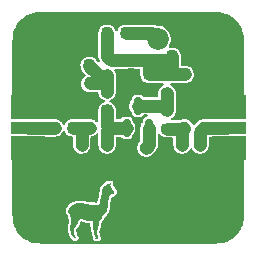
<source format=gbr>
%TF.GenerationSoftware,KiCad,Pcbnew,6.0.1-79c1e3a40b~116~ubuntu20.04.1*%
%TF.CreationDate,2022-01-22T22:37:32+01:00*%
%TF.ProjectId,bjt-amp,626a742d-616d-4702-9e6b-696361645f70,rev?*%
%TF.SameCoordinates,Original*%
%TF.FileFunction,Copper,L1,Top*%
%TF.FilePolarity,Positive*%
%FSLAX46Y46*%
G04 Gerber Fmt 4.6, Leading zero omitted, Abs format (unit mm)*
G04 Created by KiCad (PCBNEW 6.0.1-79c1e3a40b~116~ubuntu20.04.1) date 2022-01-22 22:37:32*
%MOMM*%
%LPD*%
G01*
G04 APERTURE LIST*
G04 Aperture macros list*
%AMRoundRect*
0 Rectangle with rounded corners*
0 $1 Rounding radius*
0 $2 $3 $4 $5 $6 $7 $8 $9 X,Y pos of 4 corners*
0 Add a 4 corners polygon primitive as box body*
4,1,4,$2,$3,$4,$5,$6,$7,$8,$9,$2,$3,0*
0 Add four circle primitives for the rounded corners*
1,1,$1+$1,$2,$3*
1,1,$1+$1,$4,$5*
1,1,$1+$1,$6,$7*
1,1,$1+$1,$8,$9*
0 Add four rect primitives between the rounded corners*
20,1,$1+$1,$2,$3,$4,$5,0*
20,1,$1+$1,$4,$5,$6,$7,0*
20,1,$1+$1,$6,$7,$8,$9,0*
20,1,$1+$1,$8,$9,$2,$3,0*%
G04 Aperture macros list end*
%TA.AperFunction,SMDPad,CuDef*%
%ADD10RoundRect,0.225000X-0.225000X-0.250000X0.225000X-0.250000X0.225000X0.250000X-0.225000X0.250000X0*%
%TD*%
%TA.AperFunction,SMDPad,CuDef*%
%ADD11RoundRect,0.200000X-0.275000X0.200000X-0.275000X-0.200000X0.275000X-0.200000X0.275000X0.200000X0*%
%TD*%
%TA.AperFunction,SMDPad,CuDef*%
%ADD12RoundRect,0.200000X-0.200000X-0.275000X0.200000X-0.275000X0.200000X0.275000X-0.200000X0.275000X0*%
%TD*%
%TA.AperFunction,SMDPad,CuDef*%
%ADD13RoundRect,0.200000X0.200000X0.275000X-0.200000X0.275000X-0.200000X-0.275000X0.200000X-0.275000X0*%
%TD*%
%TA.AperFunction,SMDPad,CuDef*%
%ADD14RoundRect,0.150000X0.150000X-0.587500X0.150000X0.587500X-0.150000X0.587500X-0.150000X-0.587500X0*%
%TD*%
%TA.AperFunction,SMDPad,CuDef*%
%ADD15RoundRect,0.218750X-0.256250X0.218750X-0.256250X-0.218750X0.256250X-0.218750X0.256250X0.218750X0*%
%TD*%
%TA.AperFunction,SMDPad,CuDef*%
%ADD16RoundRect,0.218750X0.218750X0.256250X-0.218750X0.256250X-0.218750X-0.256250X0.218750X-0.256250X0*%
%TD*%
%TA.AperFunction,SMDPad,CuDef*%
%ADD17R,3.000000X2.000000*%
%TD*%
%TA.AperFunction,SMDPad,CuDef*%
%ADD18R,3.000000X1.078010*%
%TD*%
%TA.AperFunction,ComponentPad*%
%ADD19RoundRect,0.925000X0.000000X0.000000X0.000000X0.000000X0.000000X0.000000X0.000000X0.000000X0*%
%TD*%
%TA.AperFunction,ComponentPad*%
%ADD20C,3.400000*%
%TD*%
%TA.AperFunction,SMDPad,CuDef*%
%ADD21RoundRect,0.225000X-0.250000X0.225000X-0.250000X-0.225000X0.250000X-0.225000X0.250000X0.225000X0*%
%TD*%
%TA.AperFunction,SMDPad,CuDef*%
%ADD22RoundRect,0.225000X0.225000X0.250000X-0.225000X0.250000X-0.225000X-0.250000X0.225000X-0.250000X0*%
%TD*%
%TA.AperFunction,ViaPad*%
%ADD23C,0.800000*%
%TD*%
%TA.AperFunction,Conductor*%
%ADD24C,1.078010*%
%TD*%
G04 APERTURE END LIST*
%TO.C,G\u002A\u002A\u002A*%
G36*
X148519208Y-79656917D02*
G01*
X148533780Y-79664643D01*
X148539638Y-79680791D01*
X148536986Y-79708038D01*
X148526028Y-79749062D01*
X148507246Y-79805741D01*
X148490860Y-79852446D01*
X148476665Y-79891625D01*
X148466112Y-79919364D01*
X148460650Y-79931745D01*
X148460486Y-79931946D01*
X148466138Y-79939178D01*
X148485545Y-79953565D01*
X148514518Y-79972004D01*
X148514794Y-79972170D01*
X148577684Y-80015854D01*
X148625512Y-80061631D01*
X148657324Y-80107750D01*
X148672162Y-80152459D01*
X148669070Y-80194007D01*
X148652520Y-80224445D01*
X148632991Y-80248562D01*
X148689555Y-80282636D01*
X148729737Y-80308699D01*
X148771250Y-80338467D01*
X148792607Y-80355250D01*
X148818661Y-80377927D01*
X148831745Y-80394611D01*
X148835211Y-80411984D01*
X148832661Y-80435124D01*
X148827636Y-80474872D01*
X148824184Y-80515169D01*
X148824056Y-80517472D01*
X148818709Y-80548817D01*
X148804958Y-80566471D01*
X148799295Y-80569764D01*
X148776024Y-80586266D01*
X148756294Y-80606253D01*
X148746232Y-80617038D01*
X148733977Y-80624474D01*
X148715462Y-80629419D01*
X148686622Y-80632732D01*
X148643391Y-80635272D01*
X148612502Y-80636630D01*
X148552844Y-80640231D01*
X148507936Y-80645279D01*
X148480140Y-80651464D01*
X148473407Y-80654879D01*
X148461381Y-80673376D01*
X148452328Y-80701745D01*
X148451450Y-80706547D01*
X148444091Y-80732629D01*
X148429507Y-80770695D01*
X148410200Y-80814492D01*
X148398787Y-80838135D01*
X148381617Y-80873648D01*
X148368241Y-80905117D01*
X148357437Y-80936981D01*
X148347983Y-80973679D01*
X148338657Y-81019652D01*
X148328238Y-81079340D01*
X148322003Y-81117142D01*
X148310611Y-81192475D01*
X148299513Y-81275726D01*
X148289703Y-81358757D01*
X148282177Y-81433427D01*
X148279711Y-81463318D01*
X148265479Y-81612850D01*
X148246101Y-81745435D01*
X148221013Y-81864278D01*
X148190053Y-81971366D01*
X148161141Y-82049130D01*
X148128299Y-82116946D01*
X148088020Y-82180510D01*
X148036798Y-82245520D01*
X147987643Y-82300199D01*
X147889329Y-82417280D01*
X147805806Y-82543629D01*
X147743364Y-82663186D01*
X147715186Y-82719903D01*
X147689811Y-82762375D01*
X147663675Y-82796018D01*
X147640482Y-82819604D01*
X147612811Y-82844117D01*
X147590251Y-82861713D01*
X147577568Y-82868682D01*
X147577395Y-82868688D01*
X147565451Y-82875218D01*
X147553919Y-82895767D01*
X147542392Y-82931773D01*
X147530459Y-82984674D01*
X147517712Y-83055910D01*
X147509702Y-83106739D01*
X147494935Y-83199753D01*
X147480702Y-83278626D01*
X147465537Y-83349789D01*
X147447974Y-83419671D01*
X147426550Y-83494702D01*
X147406147Y-83561151D01*
X147385662Y-83630767D01*
X147371937Y-83690459D01*
X147364673Y-83745792D01*
X147363572Y-83802332D01*
X147368334Y-83865643D01*
X147378662Y-83941292D01*
X147383976Y-83974384D01*
X147393863Y-84035891D01*
X147403097Y-84096175D01*
X147410842Y-84149582D01*
X147416263Y-84190460D01*
X147417561Y-84201723D01*
X147424893Y-84246728D01*
X147438368Y-84283894D01*
X147462004Y-84323963D01*
X147464923Y-84328310D01*
X147505121Y-84387728D01*
X147203035Y-84387728D01*
X147210018Y-84354144D01*
X147218666Y-84324384D01*
X147229092Y-84301536D01*
X147233952Y-84287992D01*
X147231574Y-84269580D01*
X147220787Y-84241446D01*
X147208054Y-84214292D01*
X147188050Y-84168603D01*
X147171018Y-84118762D01*
X147155853Y-84060573D01*
X147141451Y-83989840D01*
X147127851Y-83909612D01*
X147117774Y-83857487D01*
X147102904Y-83794618D01*
X147085420Y-83729715D01*
X147071042Y-83682272D01*
X147051373Y-83619432D01*
X147036185Y-83565154D01*
X147024556Y-83514312D01*
X147015565Y-83461774D01*
X147008290Y-83402411D01*
X147001810Y-83331094D01*
X146997282Y-83271699D01*
X146992007Y-83168544D01*
X146991205Y-83069802D01*
X146994780Y-82980429D01*
X147002634Y-82905381D01*
X147004649Y-82892881D01*
X147010285Y-82860238D01*
X146825062Y-82865960D01*
X146704262Y-82867480D01*
X146599165Y-82863724D01*
X146505384Y-82854274D01*
X146418532Y-82838713D01*
X146347335Y-82820501D01*
X146240868Y-82781636D01*
X146151540Y-82731590D01*
X146078909Y-82670052D01*
X146022536Y-82596711D01*
X146016435Y-82586391D01*
X145987907Y-82536600D01*
X145980639Y-82565556D01*
X145960777Y-82622742D01*
X145930034Y-82685838D01*
X145892847Y-82746875D01*
X145853648Y-82797885D01*
X145847826Y-82804224D01*
X145813823Y-82841253D01*
X145791015Y-82870535D01*
X145775853Y-82898807D01*
X145764786Y-82932804D01*
X145754267Y-82979262D01*
X145753407Y-82983406D01*
X145734253Y-83056043D01*
X145707078Y-83122397D01*
X145669410Y-83186725D01*
X145618775Y-83253286D01*
X145556562Y-83322306D01*
X145512655Y-83369086D01*
X145481096Y-83405066D01*
X145459302Y-83433736D01*
X145444691Y-83458586D01*
X145434679Y-83483105D01*
X145432484Y-83489943D01*
X145418617Y-83552336D01*
X145410490Y-83625767D01*
X145408652Y-83701269D01*
X145413650Y-83769875D01*
X145414867Y-83778045D01*
X145433849Y-83894191D01*
X145450653Y-83991249D01*
X145465608Y-84070646D01*
X145479045Y-84133809D01*
X145491292Y-84182166D01*
X145502680Y-84217143D01*
X145513537Y-84240166D01*
X145524194Y-84252664D01*
X145524536Y-84252907D01*
X145555036Y-84278176D01*
X145582562Y-84307811D01*
X145601476Y-84335348D01*
X145605891Y-84346120D01*
X145607244Y-84355632D01*
X145602936Y-84361721D01*
X145589416Y-84365146D01*
X145563136Y-84366671D01*
X145520547Y-84367054D01*
X145508219Y-84367061D01*
X145405072Y-84367061D01*
X145407449Y-84338643D01*
X145405369Y-84320430D01*
X145394341Y-84299689D01*
X145371769Y-84272433D01*
X145348582Y-84248224D01*
X145305768Y-84199147D01*
X145266802Y-84141598D01*
X145230211Y-84072726D01*
X145194517Y-83989679D01*
X145158246Y-83889608D01*
X145149706Y-83864003D01*
X145114894Y-83752358D01*
X145089616Y-83655609D01*
X145073922Y-83570285D01*
X145067862Y-83492921D01*
X145071487Y-83420048D01*
X145084846Y-83348198D01*
X145107988Y-83273903D01*
X145140964Y-83193696D01*
X145159925Y-83152862D01*
X145175244Y-83119573D01*
X145185181Y-83092567D01*
X145190868Y-83065669D01*
X145193433Y-83032701D01*
X145194007Y-82987488D01*
X145193942Y-82966857D01*
X145186037Y-82855717D01*
X145163457Y-82731349D01*
X145126436Y-82594839D01*
X145091648Y-82491512D01*
X145073521Y-82437325D01*
X145056501Y-82379402D01*
X145043243Y-82327050D01*
X145039106Y-82307233D01*
X145026411Y-82250368D01*
X145012643Y-82207227D01*
X144998695Y-82179191D01*
X144985461Y-82167643D01*
X144973834Y-82173965D01*
X144965974Y-82194044D01*
X144961203Y-82210673D01*
X144956810Y-82212196D01*
X144949896Y-82196900D01*
X144944125Y-82181127D01*
X144933228Y-82132843D01*
X144929240Y-82072839D01*
X144931967Y-82008803D01*
X144941216Y-81948422D01*
X144950838Y-81914197D01*
X144998099Y-81811316D01*
X145063074Y-81717424D01*
X145144531Y-81633243D01*
X145241242Y-81559494D01*
X145351977Y-81496898D01*
X145475509Y-81446178D01*
X145610607Y-81408054D01*
X145756042Y-81383248D01*
X145871642Y-81373795D01*
X145959425Y-81371758D01*
X146043499Y-81374317D01*
X146128776Y-81382018D01*
X146220169Y-81395405D01*
X146322590Y-81415023D01*
X146403711Y-81432808D01*
X146499807Y-81454345D01*
X146579579Y-81471200D01*
X146646708Y-81483879D01*
X146704875Y-81492889D01*
X146757762Y-81498737D01*
X146809049Y-81501929D01*
X146862417Y-81502973D01*
X146910629Y-81502575D01*
X146966738Y-81501915D01*
X147011013Y-81502589D01*
X147049320Y-81505316D01*
X147087528Y-81510818D01*
X147131505Y-81519819D01*
X147187120Y-81533038D01*
X147215604Y-81540082D01*
X147287622Y-81557214D01*
X147343279Y-81568183D01*
X147385946Y-81572976D01*
X147418992Y-81571581D01*
X147445788Y-81563987D01*
X147469703Y-81550180D01*
X147483833Y-81539109D01*
X147504889Y-81518673D01*
X147522733Y-81494129D01*
X147538651Y-81462341D01*
X147553925Y-81420173D01*
X147569840Y-81364489D01*
X147587680Y-81292153D01*
X147591346Y-81276469D01*
X147608905Y-81204770D01*
X147630065Y-81124312D01*
X147652306Y-81044374D01*
X147673109Y-80974234D01*
X147675452Y-80966717D01*
X147690978Y-80916113D01*
X147703303Y-80872295D01*
X147713226Y-80830944D01*
X147721547Y-80787741D01*
X147729065Y-80738365D01*
X147736579Y-80678498D01*
X147744889Y-80603819D01*
X147748002Y-80574628D01*
X147759098Y-80472493D01*
X147768972Y-80388407D01*
X147778097Y-80319821D01*
X147786945Y-80264188D01*
X147795991Y-80218957D01*
X147805707Y-80181582D01*
X147816567Y-80149513D01*
X147829044Y-80120202D01*
X147834488Y-80108892D01*
X147855227Y-80069695D01*
X147876341Y-80037534D01*
X147901403Y-80008760D01*
X147933983Y-79979721D01*
X147977654Y-79946766D01*
X148026198Y-79912923D01*
X148075880Y-79876968D01*
X148127539Y-79836307D01*
X148173923Y-79796795D01*
X148198890Y-79773435D01*
X148230275Y-79744043D01*
X148257322Y-79721904D01*
X148276140Y-79710049D01*
X148281559Y-79709005D01*
X148295132Y-79723623D01*
X148296744Y-79753606D01*
X148286416Y-79797478D01*
X148280097Y-79815543D01*
X148268615Y-79847332D01*
X148260850Y-79870941D01*
X148258704Y-79879728D01*
X148265034Y-79877813D01*
X148281982Y-79863540D01*
X148306485Y-79840042D01*
X148335480Y-79810450D01*
X148365903Y-79777896D01*
X148394693Y-79745515D01*
X148418785Y-79716437D01*
X148420411Y-79714355D01*
X148447607Y-79681612D01*
X148468294Y-79663160D01*
X148486724Y-79655645D01*
X148495716Y-79654937D01*
X148519208Y-79656917D01*
G37*
%TD*%
D10*
%TO.P,C6,1*%
%TO.N,GND*%
X145148000Y-69723000D03*
%TO.P,C6,2*%
%TO.N,Net-(C6-Pad2)*%
X146698000Y-69723000D03*
%TD*%
D11*
%TO.P,R10,1*%
%TO.N,Net-(J3-Pad1)*%
X156083000Y-76454000D03*
%TO.P,R10,2*%
%TO.N,GND*%
X156083000Y-78104000D03*
%TD*%
D12*
%TO.P,R9,2*%
%TO.N,Net-(J3-Pad1)*%
X156400000Y-75000000D03*
%TO.P,R9,1*%
%TO.N,Net-(C5-Pad2)*%
X154750000Y-75000000D03*
%TD*%
D11*
%TO.P,R8,1*%
%TO.N,Net-(C5-Pad2)*%
X154559000Y-76454000D03*
%TO.P,R8,2*%
%TO.N,GND*%
X154559000Y-78104000D03*
%TD*%
%TO.P,R7,1*%
%TO.N,Net-(Q1-Pad2)*%
X151500000Y-76708000D03*
%TO.P,R7,2*%
%TO.N,GND*%
X151500000Y-78358000D03*
%TD*%
%TO.P,R6,1*%
%TO.N,Net-(C2-Pad1)*%
X153289000Y-70422000D03*
%TO.P,R6,2*%
%TO.N,Net-(C5-Pad1)*%
X153289000Y-72072000D03*
%TD*%
%TO.P,R5,2*%
%TO.N,Net-(C6-Pad2)*%
X148209000Y-70548000D03*
%TO.P,R5,1*%
%TO.N,Net-(C2-Pad1)*%
X148209000Y-68898000D03*
%TD*%
D13*
%TO.P,R4,1*%
%TO.N,Net-(C6-Pad2)*%
X146748000Y-71247000D03*
%TO.P,R4,2*%
%TO.N,GND*%
X145098000Y-71247000D03*
%TD*%
D11*
%TO.P,R3,1*%
%TO.N,Net-(L2-Pad2)*%
X148209000Y-76454000D03*
%TO.P,R3,2*%
%TO.N,GND*%
X148209000Y-78104000D03*
%TD*%
D12*
%TO.P,R2,1*%
%TO.N,Net-(C1-Pad2)*%
X146749000Y-75000000D03*
%TO.P,R2,2*%
%TO.N,Net-(L2-Pad2)*%
X148399000Y-75000000D03*
%TD*%
D11*
%TO.P,R1,1*%
%TO.N,Net-(C1-Pad2)*%
X146050000Y-76454000D03*
%TO.P,R1,2*%
%TO.N,GND*%
X146050000Y-78104000D03*
%TD*%
D14*
%TO.P,Q1,1,B*%
%TO.N,Net-(L2-Pad2)*%
X149860000Y-75000000D03*
%TO.P,Q1,2,E*%
%TO.N,Net-(Q1-Pad2)*%
X151760000Y-75000000D03*
%TO.P,Q1,3,C*%
%TO.N,Net-(C5-Pad1)*%
X150810000Y-73125000D03*
%TD*%
D15*
%TO.P,L2,1,1*%
%TO.N,Net-(C6-Pad2)*%
X148209000Y-71958000D03*
%TO.P,L2,2,2*%
%TO.N,Net-(L2-Pad2)*%
X148209000Y-73533000D03*
%TD*%
D16*
%TO.P,L1,1,1*%
%TO.N,Net-(J1-Pad1)*%
X149787500Y-67000000D03*
%TO.P,L1,2,2*%
%TO.N,Net-(C2-Pad1)*%
X148212500Y-67000000D03*
%TD*%
D17*
%TO.P,J3,2,Pin_2*%
%TO.N,GND*%
X158500000Y-76739005D03*
X158500000Y-73260995D03*
D18*
%TO.P,J3,1,Pin_1*%
%TO.N,Net-(J3-Pad1)*%
X158500000Y-75000000D03*
%TD*%
%TO.P,J2,1,Pin_1*%
%TO.N,Net-(C1-Pad1)*%
X141500000Y-75000000D03*
D17*
%TO.P,J2,2,Pin_2*%
%TO.N,GND*%
X141500000Y-76739005D03*
X141500000Y-73260995D03*
%TD*%
D19*
%TO.P,J1,1,Pin_1*%
%TO.N,Net-(J1-Pad1)*%
X152500000Y-67500000D03*
%TD*%
D20*
%TO.P,H4,1,1*%
%TO.N,GND*%
X142500000Y-67500000D03*
%TD*%
%TO.P,H3,1,1*%
%TO.N,GND*%
X157500000Y-82500000D03*
%TD*%
%TO.P,H2,1,1*%
%TO.N,GND*%
X157500000Y-67500000D03*
%TD*%
%TO.P,H1,1,1*%
%TO.N,GND*%
X142500000Y-82500000D03*
%TD*%
D21*
%TO.P,C5,1*%
%TO.N,Net-(C5-Pad1)*%
X153289000Y-73520000D03*
%TO.P,C5,2*%
%TO.N,Net-(C5-Pad2)*%
X153289000Y-75070000D03*
%TD*%
D10*
%TO.P,C4,1*%
%TO.N,Net-(C2-Pad1)*%
X154800000Y-70485000D03*
%TO.P,C4,2*%
%TO.N,GND*%
X156350000Y-70485000D03*
%TD*%
D22*
%TO.P,C3,1*%
%TO.N,Net-(C2-Pad1)*%
X151778000Y-70485000D03*
%TO.P,C3,2*%
%TO.N,GND*%
X150228000Y-70485000D03*
%TD*%
D10*
%TO.P,C2,1*%
%TO.N,Net-(C2-Pad1)*%
X153725000Y-68961000D03*
%TO.P,C2,2*%
%TO.N,GND*%
X155275000Y-68961000D03*
%TD*%
%TO.P,C1,1*%
%TO.N,Net-(C1-Pad1)*%
X143764000Y-75000000D03*
%TO.P,C1,2*%
%TO.N,Net-(C1-Pad2)*%
X145314000Y-75000000D03*
%TD*%
D23*
%TO.N,GND*%
X156718000Y-71882000D03*
X156718000Y-71120000D03*
X157099000Y-70485000D03*
X154559000Y-67818000D03*
X155194000Y-68199000D03*
X156718000Y-69850000D03*
X155956000Y-69596000D03*
X144526000Y-70866000D03*
X144526000Y-70104000D03*
X145161000Y-70485000D03*
X145161000Y-69723000D03*
X145923000Y-78867000D03*
X148336000Y-78867000D03*
X155702000Y-78740000D03*
X154940000Y-78740000D03*
X145415000Y-72390000D03*
X146177000Y-72390000D03*
X147066000Y-77216000D03*
X143510000Y-76962000D03*
X144272000Y-76962000D03*
X143891000Y-76327000D03*
X144653000Y-76327000D03*
X146558000Y-73025000D03*
X145796000Y-73025000D03*
X145034000Y-73025000D03*
X144272000Y-73025000D03*
X143891000Y-73660000D03*
X144653000Y-73660000D03*
X145415000Y-73660000D03*
X146177000Y-73660000D03*
X146939000Y-73660000D03*
X155829000Y-71882000D03*
X155067000Y-71882000D03*
X149987000Y-78232000D03*
X152527000Y-78994000D03*
X153162000Y-78613000D03*
X152527000Y-78232000D03*
X152527000Y-77470000D03*
X153162000Y-77851000D03*
X153162000Y-77089000D03*
X153162000Y-76327000D03*
X151384000Y-71755000D03*
X152146000Y-71755000D03*
X149987000Y-76708000D03*
X149987000Y-77470000D03*
X149352000Y-77851000D03*
X149352000Y-77089000D03*
X149352000Y-76327000D03*
X149987000Y-71755000D03*
X149352000Y-70612000D03*
X149352000Y-71374000D03*
X149352000Y-72136000D03*
X149352000Y-72898000D03*
X149352000Y-73660000D03*
X147574000Y-78613000D03*
X146685000Y-78613000D03*
X155321000Y-78105000D03*
X154686000Y-72517000D03*
X156210000Y-72517000D03*
X155448000Y-72517000D03*
X155829000Y-73152000D03*
X155067000Y-73152000D03*
X154686000Y-73787000D03*
X155448000Y-73787000D03*
X156210000Y-73787000D03*
X142500000Y-72500000D03*
X141500000Y-72500000D03*
X140500000Y-72500000D03*
X141000000Y-73000000D03*
X142000000Y-73000000D03*
X142500000Y-77500000D03*
X141500000Y-77500000D03*
X140500000Y-77500000D03*
X141000000Y-77000000D03*
X142000000Y-77000000D03*
X142500000Y-76500000D03*
X141500000Y-76500000D03*
X140500000Y-76500000D03*
X142500000Y-73500000D03*
X141500000Y-73500000D03*
X140500000Y-73500000D03*
X155321000Y-68961000D03*
X156337000Y-70485000D03*
X150241000Y-70485000D03*
X145161000Y-71247000D03*
X146050000Y-78105000D03*
X148209000Y-78105000D03*
X151511000Y-78359000D03*
X154559000Y-78105000D03*
X156083000Y-78105000D03*
X157500000Y-77500000D03*
X158500000Y-77500000D03*
X159500000Y-77500000D03*
X159000000Y-77000000D03*
X158000000Y-77000000D03*
X157500000Y-76500000D03*
X159500000Y-76500000D03*
X158500000Y-76500000D03*
X157500000Y-72500000D03*
X158500000Y-72500000D03*
X159500000Y-72500000D03*
X159000000Y-73000000D03*
X158000000Y-73000000D03*
X157500000Y-73500000D03*
X158500000Y-73500000D03*
X159500000Y-73500000D03*
%TD*%
D24*
%TO.N,Net-(C2-Pad1)*%
X151778000Y-70485000D02*
X151778000Y-69631950D01*
X151778000Y-69631950D02*
X152138475Y-69271475D01*
X153725000Y-68961000D02*
X153414525Y-69271475D01*
X153414525Y-69271475D02*
X152138475Y-69271475D01*
%TO.N,Net-(C6-Pad2)*%
X146698000Y-69723000D02*
X146698000Y-69736000D01*
X146698000Y-69736000D02*
X148209000Y-71247000D01*
%TO.N,Net-(C2-Pad1)*%
X148209000Y-68898000D02*
X148209000Y-67003500D01*
X148209000Y-67003500D02*
X148212500Y-67000000D01*
X153289000Y-70422000D02*
X152138475Y-69271475D01*
X152138475Y-69271475D02*
X148582475Y-69271475D01*
X148582475Y-69271475D02*
X148209000Y-68898000D01*
%TO.N,Net-(J1-Pad1)*%
X149787500Y-67000000D02*
X152000000Y-67000000D01*
X152000000Y-67000000D02*
X152500000Y-67500000D01*
%TO.N,Net-(C2-Pad1)*%
X153725000Y-68961000D02*
X153725000Y-69986000D01*
X153725000Y-69986000D02*
X153289000Y-70422000D01*
X154800000Y-70485000D02*
X153352000Y-70485000D01*
X153352000Y-70485000D02*
X153289000Y-70422000D01*
X151778000Y-70485000D02*
X153226000Y-70485000D01*
X153226000Y-70485000D02*
X153289000Y-70422000D01*
%TO.N,Net-(C5-Pad1)*%
X150810000Y-73125000D02*
X152894000Y-73125000D01*
X152894000Y-73125000D02*
X153289000Y-73520000D01*
X153289000Y-72072000D02*
X153289000Y-73520000D01*
%TO.N,Net-(C6-Pad2)*%
X148209000Y-70548000D02*
X148209000Y-71247000D01*
X148209000Y-71247000D02*
X148209000Y-71958000D01*
X146748000Y-71247000D02*
X148209000Y-71247000D01*
%TO.N,Net-(C1-Pad2)*%
X146749000Y-75000000D02*
X146120000Y-75000000D01*
X146120000Y-75000000D02*
X145314000Y-75000000D01*
X146050000Y-76454000D02*
X146050000Y-75070000D01*
X146050000Y-75070000D02*
X146120000Y-75000000D01*
%TO.N,Net-(L2-Pad2)*%
X148209000Y-76454000D02*
X148209000Y-75190000D01*
X148209000Y-75190000D02*
X148399000Y-75000000D01*
X148209000Y-73533000D02*
X148209000Y-74810000D01*
X148209000Y-74810000D02*
X148399000Y-75000000D01*
X149860000Y-75000000D02*
X148399000Y-75000000D01*
%TO.N,Net-(Q1-Pad2)*%
X151760000Y-75000000D02*
X151760000Y-76448000D01*
X151760000Y-76448000D02*
X151500000Y-76708000D01*
%TO.N,Net-(C5-Pad2)*%
X154559000Y-76454000D02*
X154559000Y-75191000D01*
X154559000Y-75191000D02*
X154750000Y-75000000D01*
X153289000Y-75070000D02*
X154680000Y-75070000D01*
X154680000Y-75070000D02*
X154750000Y-75000000D01*
%TO.N,Net-(J3-Pad1)*%
X156400000Y-75000000D02*
X156083000Y-75317000D01*
X156083000Y-75317000D02*
X156083000Y-76454000D01*
X156400000Y-75000000D02*
X158375000Y-75000000D01*
%TO.N,Net-(C1-Pad1)*%
X141500000Y-75000000D02*
X143764000Y-75000000D01*
%TD*%
%TA.AperFunction,Conductor*%
%TO.N,GND*%
G36*
X150997686Y-70029887D02*
G01*
X151033650Y-70079387D01*
X151038495Y-70109980D01*
X151038495Y-70458621D01*
X151038305Y-70464750D01*
X151034551Y-70525264D01*
X151035525Y-70530932D01*
X151045308Y-70587867D01*
X151046071Y-70593164D01*
X151053430Y-70656281D01*
X151057316Y-70666986D01*
X151061825Y-70683994D01*
X151063753Y-70695214D01*
X151066006Y-70700508D01*
X151066006Y-70700509D01*
X151088625Y-70753667D01*
X151090588Y-70758650D01*
X151099022Y-70781884D01*
X151112267Y-70818374D01*
X151115423Y-70823187D01*
X151118509Y-70827894D01*
X151126814Y-70843415D01*
X151131270Y-70853888D01*
X151134676Y-70858516D01*
X151134677Y-70858518D01*
X151141932Y-70868376D01*
X151150407Y-70882111D01*
X151182523Y-70945142D01*
X151204472Y-70988220D01*
X151299780Y-71083528D01*
X151306717Y-71087063D01*
X151306719Y-71087064D01*
X151412930Y-71141181D01*
X151419874Y-71144719D01*
X151431218Y-71146516D01*
X151465454Y-71158690D01*
X151476144Y-71164900D01*
X151476150Y-71164903D01*
X151481116Y-71167787D01*
X151486613Y-71169452D01*
X151486618Y-71169454D01*
X151492014Y-71171088D01*
X151508336Y-71177666D01*
X151513353Y-71180228D01*
X151513356Y-71180229D01*
X151518475Y-71182843D01*
X151556324Y-71192105D01*
X151580192Y-71197946D01*
X151585356Y-71199359D01*
X151609715Y-71206736D01*
X151646154Y-71217772D01*
X151651889Y-71218128D01*
X151651890Y-71218128D01*
X151657516Y-71218477D01*
X151674916Y-71221124D01*
X151685974Y-71223830D01*
X151690375Y-71224103D01*
X151695339Y-71224411D01*
X151695340Y-71224411D01*
X151696855Y-71224505D01*
X151751621Y-71224505D01*
X151757751Y-71224695D01*
X151812524Y-71228093D01*
X151812525Y-71228093D01*
X151818264Y-71228449D01*
X151832895Y-71225935D01*
X151849660Y-71224505D01*
X152906424Y-71224505D01*
X152964615Y-71243412D01*
X153000579Y-71292912D01*
X153000579Y-71354098D01*
X152964615Y-71403598D01*
X152945187Y-71414600D01*
X152920112Y-71425270D01*
X152781226Y-71527479D01*
X152777503Y-71531861D01*
X152777501Y-71531863D01*
X152722262Y-71596884D01*
X152716818Y-71602790D01*
X152685950Y-71633658D01*
X152682415Y-71640597D01*
X152677953Y-71646739D01*
X152676127Y-71649479D01*
X152676496Y-71649725D01*
X152673304Y-71654512D01*
X152669578Y-71658897D01*
X152658707Y-71680187D01*
X152618719Y-71758499D01*
X152591157Y-71812475D01*
X152589790Y-71818060D01*
X152589790Y-71818061D01*
X152558767Y-71944843D01*
X152550170Y-71979974D01*
X152549495Y-71990855D01*
X152549495Y-72286495D01*
X152530588Y-72344686D01*
X152481088Y-72380650D01*
X152450495Y-72385495D01*
X151337427Y-72385495D01*
X151279236Y-72366588D01*
X151256930Y-72344125D01*
X151252539Y-72337992D01*
X151248932Y-72330645D01*
X151233122Y-72314862D01*
X151172140Y-72253987D01*
X151166350Y-72248207D01*
X151061518Y-72196964D01*
X151053916Y-72195855D01*
X151053913Y-72195854D01*
X150996763Y-72187517D01*
X150996761Y-72187517D01*
X150993218Y-72187000D01*
X150626782Y-72187000D01*
X150623199Y-72187528D01*
X150623192Y-72187528D01*
X150565501Y-72196021D01*
X150565499Y-72196022D01*
X150557888Y-72197142D01*
X150453145Y-72248568D01*
X150370707Y-72331150D01*
X150319464Y-72435982D01*
X150318355Y-72443584D01*
X150318354Y-72443587D01*
X150310017Y-72500737D01*
X150309500Y-72504282D01*
X150309500Y-72538560D01*
X150290593Y-72596751D01*
X150282373Y-72606643D01*
X150213824Y-72679004D01*
X150210937Y-72683974D01*
X150210935Y-72683977D01*
X150132651Y-72818753D01*
X150127213Y-72828116D01*
X150110283Y-72884016D01*
X150083986Y-72970842D01*
X150077228Y-72993154D01*
X150066551Y-73165264D01*
X150095753Y-73335214D01*
X150098005Y-73340505D01*
X150098005Y-73340507D01*
X150159768Y-73485658D01*
X150163270Y-73493888D01*
X150205794Y-73551671D01*
X150242203Y-73601145D01*
X150265479Y-73632774D01*
X150269861Y-73636496D01*
X150269862Y-73636498D01*
X150274597Y-73640520D01*
X150306704Y-73692605D01*
X150309500Y-73715969D01*
X150309500Y-73745718D01*
X150310028Y-73749301D01*
X150310028Y-73749308D01*
X150315231Y-73784648D01*
X150319642Y-73814612D01*
X150371068Y-73919355D01*
X150453650Y-74001793D01*
X150558482Y-74053036D01*
X150566084Y-74054145D01*
X150566087Y-74054146D01*
X150623237Y-74062483D01*
X150623239Y-74062483D01*
X150626782Y-74063000D01*
X150993218Y-74063000D01*
X150996801Y-74062472D01*
X150996808Y-74062472D01*
X151054499Y-74053979D01*
X151054501Y-74053978D01*
X151062112Y-74052858D01*
X151166855Y-74001432D01*
X151219065Y-73949131D01*
X151243513Y-73924641D01*
X151243515Y-73924638D01*
X151249293Y-73918850D01*
X151252885Y-73911501D01*
X151256798Y-73906015D01*
X151305982Y-73869621D01*
X151337395Y-73864505D01*
X151569887Y-73864505D01*
X151628078Y-73883412D01*
X151664042Y-73932912D01*
X151664042Y-73994098D01*
X151628078Y-74043598D01*
X151577777Y-74062000D01*
X151576782Y-74062000D01*
X151535833Y-74068028D01*
X151515501Y-74071021D01*
X151515499Y-74071022D01*
X151507888Y-74072142D01*
X151403145Y-74123568D01*
X151397364Y-74129359D01*
X151373303Y-74153462D01*
X151320707Y-74206150D01*
X151269464Y-74310982D01*
X151268355Y-74318584D01*
X151268354Y-74318587D01*
X151263826Y-74349627D01*
X151259500Y-74379282D01*
X151259500Y-74410541D01*
X151240593Y-74468732D01*
X151235948Y-74474639D01*
X151150616Y-74575081D01*
X151140578Y-74586897D01*
X151115299Y-74636403D01*
X151068974Y-74727125D01*
X151062157Y-74740475D01*
X151060790Y-74746060D01*
X151060790Y-74746061D01*
X151040564Y-74828719D01*
X151021170Y-74907974D01*
X151020495Y-74918855D01*
X151020495Y-76100679D01*
X151001588Y-76158870D01*
X150991499Y-76170683D01*
X150946560Y-76215622D01*
X150933356Y-76232311D01*
X150925730Y-76240878D01*
X150896950Y-76269658D01*
X150893414Y-76276597D01*
X150893410Y-76276603D01*
X150889005Y-76285248D01*
X150878437Y-76301726D01*
X150866538Y-76316766D01*
X150864104Y-76321973D01*
X150864102Y-76321977D01*
X150827819Y-76399610D01*
X150793525Y-76472987D01*
X150792355Y-76478612D01*
X150792354Y-76478615D01*
X150764420Y-76612918D01*
X150758409Y-76641815D01*
X150758564Y-76647557D01*
X150758564Y-76647561D01*
X150760349Y-76713525D01*
X150763073Y-76814193D01*
X150764547Y-76819751D01*
X150805794Y-76975318D01*
X150805796Y-76975323D01*
X150807268Y-76980875D01*
X150809978Y-76985940D01*
X150809979Y-76985942D01*
X150842233Y-77046220D01*
X150888623Y-77132919D01*
X150890570Y-77135123D01*
X150891806Y-77137189D01*
X150893414Y-77139402D01*
X150896950Y-77146342D01*
X150924981Y-77174373D01*
X150929180Y-77178841D01*
X151002773Y-77262169D01*
X151143595Y-77361693D01*
X151303536Y-77426150D01*
X151379516Y-77437709D01*
X151468328Y-77451220D01*
X151468331Y-77451220D01*
X151474016Y-77452085D01*
X151578066Y-77443622D01*
X151640152Y-77438572D01*
X151640154Y-77438572D01*
X151645890Y-77438105D01*
X151651365Y-77436331D01*
X151651367Y-77436331D01*
X151804465Y-77386734D01*
X151809938Y-77384961D01*
X151957359Y-77295504D01*
X151965531Y-77288287D01*
X152237958Y-77015860D01*
X152249283Y-77006129D01*
X152263138Y-76995933D01*
X152263139Y-76995932D01*
X152267774Y-76992521D01*
X152301743Y-76952537D01*
X152307187Y-76946631D01*
X152313441Y-76940377D01*
X152317271Y-76935537D01*
X152330908Y-76918300D01*
X152333083Y-76915648D01*
X152379422Y-76861103D01*
X152382038Y-76855980D01*
X152385229Y-76851196D01*
X152385350Y-76851277D01*
X152386998Y-76848710D01*
X152386875Y-76848634D01*
X152389896Y-76843743D01*
X152393463Y-76839234D01*
X152423788Y-76774350D01*
X152425300Y-76771259D01*
X152455227Y-76712650D01*
X152455229Y-76712643D01*
X152457843Y-76707525D01*
X152459209Y-76701941D01*
X152461215Y-76696547D01*
X152461351Y-76696597D01*
X152462362Y-76693726D01*
X152462225Y-76693681D01*
X152464042Y-76688221D01*
X152466476Y-76683013D01*
X152481056Y-76612911D01*
X152481811Y-76609576D01*
X152498830Y-76540026D01*
X152499501Y-76529205D01*
X152499992Y-76525552D01*
X152499909Y-76525545D01*
X152500421Y-76519811D01*
X152501591Y-76514185D01*
X152501054Y-76494311D01*
X152499541Y-76438419D01*
X152499505Y-76435741D01*
X152499505Y-75585791D01*
X152518412Y-75527600D01*
X152567912Y-75491636D01*
X152629098Y-75491636D01*
X152678598Y-75527600D01*
X152686715Y-75540846D01*
X152690472Y-75548220D01*
X152785780Y-75643528D01*
X152792717Y-75647063D01*
X152792719Y-75647064D01*
X152896742Y-75700066D01*
X152896739Y-75700072D01*
X152896816Y-75700104D01*
X152940886Y-75722607D01*
X153024351Y-75765227D01*
X153024354Y-75765228D01*
X153029475Y-75767843D01*
X153035060Y-75769210D01*
X153035061Y-75769210D01*
X153192694Y-75807783D01*
X153192697Y-75807784D01*
X153196974Y-75808830D01*
X153201372Y-75809103D01*
X153201373Y-75809103D01*
X153206339Y-75809411D01*
X153206340Y-75809411D01*
X153207855Y-75809505D01*
X153720495Y-75809505D01*
X153778686Y-75828412D01*
X153814650Y-75877912D01*
X153819495Y-75908505D01*
X153819495Y-76497178D01*
X153834430Y-76625281D01*
X153836392Y-76630687D01*
X153836393Y-76630690D01*
X153842517Y-76647561D01*
X153893267Y-76787374D01*
X153931582Y-76845813D01*
X153937000Y-76855150D01*
X153948353Y-76877431D01*
X153955950Y-76892342D01*
X153966573Y-76902965D01*
X153979361Y-76918688D01*
X153987816Y-76931584D01*
X153991985Y-76935533D01*
X153991988Y-76935537D01*
X154066507Y-77006129D01*
X154113004Y-77050176D01*
X154117974Y-77053063D01*
X154117977Y-77053065D01*
X154246735Y-77127853D01*
X154262116Y-77136787D01*
X154344635Y-77161780D01*
X154421649Y-77185105D01*
X154421651Y-77185105D01*
X154427154Y-77186772D01*
X154554924Y-77194698D01*
X154593524Y-77197093D01*
X154593525Y-77197093D01*
X154599264Y-77197449D01*
X154769214Y-77168247D01*
X154807750Y-77151850D01*
X154922598Y-77102981D01*
X154927888Y-77100730D01*
X155066774Y-76998521D01*
X155070497Y-76994139D01*
X155070499Y-76994137D01*
X155125738Y-76929116D01*
X155131182Y-76923210D01*
X155162050Y-76892342D01*
X155165587Y-76885401D01*
X155170047Y-76879261D01*
X155171873Y-76876521D01*
X155171504Y-76876275D01*
X155174696Y-76871488D01*
X155178422Y-76867103D01*
X155219134Y-76787374D01*
X155231400Y-76763353D01*
X155274702Y-76720126D01*
X155335143Y-76710607D01*
X155389635Y-76738433D01*
X155412628Y-76774594D01*
X155417267Y-76787374D01*
X155455582Y-76845813D01*
X155461000Y-76855150D01*
X155472353Y-76877431D01*
X155479950Y-76892342D01*
X155490573Y-76902965D01*
X155503361Y-76918688D01*
X155511816Y-76931584D01*
X155515985Y-76935533D01*
X155515988Y-76935537D01*
X155590507Y-77006129D01*
X155637004Y-77050176D01*
X155641974Y-77053063D01*
X155641977Y-77053065D01*
X155770735Y-77127853D01*
X155786116Y-77136787D01*
X155868635Y-77161780D01*
X155945649Y-77185105D01*
X155945651Y-77185105D01*
X155951154Y-77186772D01*
X156078924Y-77194698D01*
X156117524Y-77197093D01*
X156117525Y-77197093D01*
X156123264Y-77197449D01*
X156293214Y-77168247D01*
X156331750Y-77151850D01*
X156446598Y-77102981D01*
X156451888Y-77100730D01*
X156590774Y-76998521D01*
X156594497Y-76994139D01*
X156594499Y-76994137D01*
X156649738Y-76929116D01*
X156655182Y-76923210D01*
X156686050Y-76892342D01*
X156689587Y-76885401D01*
X156694047Y-76879261D01*
X156695873Y-76876521D01*
X156695504Y-76876275D01*
X156698696Y-76871488D01*
X156702422Y-76867103D01*
X156750580Y-76772791D01*
X156778227Y-76718649D01*
X156778228Y-76718646D01*
X156780843Y-76713525D01*
X156788309Y-76683013D01*
X156820783Y-76550306D01*
X156820784Y-76550303D01*
X156821830Y-76546026D01*
X156822505Y-76535145D01*
X156822505Y-75838505D01*
X156841412Y-75780314D01*
X156890912Y-75744350D01*
X156921505Y-75739505D01*
X159701000Y-75739505D01*
X159759191Y-75758412D01*
X159795155Y-75807912D01*
X159800000Y-75838505D01*
X159800000Y-82466040D01*
X159797482Y-82488227D01*
X159794857Y-82499642D01*
X159797318Y-82510517D01*
X159797298Y-82521663D01*
X159797263Y-82521663D01*
X159798081Y-82531724D01*
X159784583Y-82754878D01*
X159783592Y-82771257D01*
X159782152Y-82783116D01*
X159734505Y-83043120D01*
X159734246Y-83044535D01*
X159731387Y-83056135D01*
X159680728Y-83218705D01*
X159652319Y-83309872D01*
X159648080Y-83321050D01*
X159539005Y-83563406D01*
X159533449Y-83573991D01*
X159395962Y-83801422D01*
X159389171Y-83811261D01*
X159225272Y-84020463D01*
X159217345Y-84029412D01*
X159029412Y-84217345D01*
X159020463Y-84225272D01*
X158811261Y-84389171D01*
X158801422Y-84395962D01*
X158573991Y-84533449D01*
X158563406Y-84539005D01*
X158321050Y-84648080D01*
X158309872Y-84652319D01*
X158056135Y-84731387D01*
X158044542Y-84734244D01*
X157783116Y-84782152D01*
X157771266Y-84783591D01*
X157532243Y-84798050D01*
X157522373Y-84797230D01*
X157522373Y-84797375D01*
X157511222Y-84797355D01*
X157500358Y-84794857D01*
X157489486Y-84797317D01*
X157489484Y-84797317D01*
X157488417Y-84797559D01*
X157466568Y-84800000D01*
X142533960Y-84800000D01*
X142511773Y-84797482D01*
X142500358Y-84794857D01*
X142489483Y-84797318D01*
X142478337Y-84797298D01*
X142478337Y-84797263D01*
X142468276Y-84798081D01*
X142228736Y-84783591D01*
X142216884Y-84782152D01*
X141955458Y-84734244D01*
X141943865Y-84731387D01*
X141690128Y-84652319D01*
X141678950Y-84648080D01*
X141436594Y-84539005D01*
X141426009Y-84533449D01*
X141198578Y-84395962D01*
X141188739Y-84389171D01*
X140979537Y-84225272D01*
X140970588Y-84217345D01*
X140782655Y-84029412D01*
X140774728Y-84020463D01*
X140610829Y-83811261D01*
X140604038Y-83801422D01*
X140466551Y-83573991D01*
X140460995Y-83563406D01*
X140351920Y-83321050D01*
X140347681Y-83309872D01*
X140319272Y-83218705D01*
X140268613Y-83056135D01*
X140265754Y-83044535D01*
X140265371Y-83042440D01*
X140217848Y-82783118D01*
X140216408Y-82771256D01*
X140215418Y-82754878D01*
X140201966Y-82532498D01*
X140203702Y-82511805D01*
X140203235Y-82511751D01*
X140203876Y-82506177D01*
X140205142Y-82500716D01*
X140205143Y-82500000D01*
X140202479Y-82488321D01*
X140200000Y-82466304D01*
X140200000Y-82063429D01*
X144728173Y-82063429D01*
X144728544Y-82069012D01*
X144728600Y-82069852D01*
X144728728Y-82080609D01*
X144728462Y-82086855D01*
X144729466Y-82092320D01*
X144729487Y-82092617D01*
X144730828Y-82103368D01*
X144732167Y-82123509D01*
X144732965Y-82135523D01*
X144733182Y-82142487D01*
X144733132Y-82154707D01*
X144734365Y-82160171D01*
X144734505Y-82161448D01*
X144734794Y-82163051D01*
X144735163Y-82168602D01*
X144738697Y-82180417D01*
X144740413Y-82186965D01*
X144745542Y-82209692D01*
X144745816Y-82210907D01*
X144747474Y-82220372D01*
X144748494Y-82228508D01*
X144750417Y-82233764D01*
X144751087Y-82236529D01*
X144751758Y-82238808D01*
X144752771Y-82241727D01*
X144753995Y-82247149D01*
X144756395Y-82252165D01*
X144757837Y-82256319D01*
X144758290Y-82258572D01*
X144760599Y-82263680D01*
X144760600Y-82263683D01*
X144763102Y-82269217D01*
X144765863Y-82275979D01*
X144769820Y-82286794D01*
X144771184Y-82288899D01*
X144774133Y-82295917D01*
X144782689Y-82320665D01*
X144800843Y-82338964D01*
X144809438Y-82348863D01*
X144825011Y-82369399D01*
X144829868Y-82371887D01*
X144858852Y-82416181D01*
X144863024Y-82430379D01*
X144864010Y-82433985D01*
X144866793Y-82444973D01*
X144868157Y-82450358D01*
X144869772Y-82453520D01*
X144870195Y-82454784D01*
X144875998Y-82474532D01*
X144876307Y-82475752D01*
X144876644Y-82479225D01*
X144878420Y-82484534D01*
X144882092Y-82495510D01*
X144883189Y-82499003D01*
X144887990Y-82515341D01*
X144889696Y-82518389D01*
X144890140Y-82519569D01*
X144894833Y-82533597D01*
X144894852Y-82533793D01*
X144902055Y-82555187D01*
X144909132Y-82576343D01*
X144909234Y-82576510D01*
X144934031Y-82650162D01*
X144935751Y-82655826D01*
X144967095Y-82771403D01*
X144968949Y-82779608D01*
X144983950Y-82862229D01*
X144986351Y-82875453D01*
X144987693Y-82886114D01*
X144993725Y-82970916D01*
X144993975Y-82977616D01*
X144993982Y-82979774D01*
X144994001Y-82985812D01*
X144993993Y-82987332D01*
X144993647Y-83014671D01*
X144993638Y-83015347D01*
X144984581Y-83055474D01*
X144978434Y-83068831D01*
X144968580Y-83090054D01*
X144967908Y-83091501D01*
X144967024Y-83093246D01*
X144964628Y-83096630D01*
X144958536Y-83111449D01*
X144956764Y-83115499D01*
X144952408Y-83124880D01*
X144952407Y-83124884D01*
X144950071Y-83129914D01*
X144949207Y-83133958D01*
X144948512Y-83135825D01*
X144930878Y-83178719D01*
X144928853Y-83182816D01*
X144926617Y-83187890D01*
X144923795Y-83192729D01*
X144922131Y-83198072D01*
X144920957Y-83201840D01*
X144918005Y-83210028D01*
X144914438Y-83218705D01*
X144913521Y-83224184D01*
X144912077Y-83229246D01*
X144910961Y-83233932D01*
X144898712Y-83273255D01*
X144894990Y-83283267D01*
X144892369Y-83289299D01*
X144891345Y-83294805D01*
X144891167Y-83295388D01*
X144888988Y-83304185D01*
X144888843Y-83304937D01*
X144887190Y-83310245D01*
X144886759Y-83315783D01*
X144886673Y-83316888D01*
X144885303Y-83327306D01*
X144877593Y-83368777D01*
X144877382Y-83369910D01*
X144875312Y-83378760D01*
X144872863Y-83387417D01*
X144872585Y-83393005D01*
X144872020Y-83396445D01*
X144871751Y-83400196D01*
X144870736Y-83405655D01*
X144870960Y-83411204D01*
X144870960Y-83411210D01*
X144871102Y-83414717D01*
X144871061Y-83423630D01*
X144869916Y-83446663D01*
X144868933Y-83466437D01*
X144868842Y-83468258D01*
X144867883Y-83477928D01*
X144866698Y-83485886D01*
X144867136Y-83491471D01*
X144867044Y-83494102D01*
X144867087Y-83497105D01*
X144867265Y-83499955D01*
X144866989Y-83505503D01*
X144867954Y-83510974D01*
X144867954Y-83510977D01*
X144868400Y-83513504D01*
X144869602Y-83522961D01*
X144870023Y-83528329D01*
X144873100Y-83567618D01*
X144873261Y-83577117D01*
X144873358Y-83578523D01*
X144873111Y-83584117D01*
X144874413Y-83591196D01*
X144875744Y-83601372D01*
X144876293Y-83608381D01*
X144877949Y-83613689D01*
X144878183Y-83614903D01*
X144880492Y-83624252D01*
X144888840Y-83669635D01*
X144889470Y-83673480D01*
X144890202Y-83678581D01*
X144890368Y-83684182D01*
X144893326Y-83695503D01*
X144894902Y-83702593D01*
X144896994Y-83713963D01*
X144899187Y-83719063D01*
X144900769Y-83724286D01*
X144901802Y-83727950D01*
X144916382Y-83783751D01*
X144916867Y-83785897D01*
X144917196Y-83790200D01*
X144918863Y-83795545D01*
X144921886Y-83805241D01*
X144923152Y-83809662D01*
X144927089Y-83824730D01*
X144929080Y-83828554D01*
X144929811Y-83830655D01*
X144951278Y-83899500D01*
X144952523Y-83903494D01*
X144952607Y-83903816D01*
X144952791Y-83905726D01*
X144959075Y-83924566D01*
X144959643Y-83926327D01*
X144962273Y-83934764D01*
X144962273Y-83934766D01*
X144961706Y-83934943D01*
X144962138Y-83936019D01*
X144962321Y-83936323D01*
X144962373Y-83936440D01*
X144962475Y-83936403D01*
X144963028Y-83937930D01*
X144963032Y-83937940D01*
X144963713Y-83939817D01*
X144963713Y-83939818D01*
X144963919Y-83940387D01*
X144963926Y-83940409D01*
X144963933Y-83940425D01*
X144964688Y-83942507D01*
X144964698Y-83942538D01*
X144964650Y-83942556D01*
X144965342Y-83944606D01*
X144965466Y-83945003D01*
X144965201Y-83945086D01*
X144965374Y-83945811D01*
X144965825Y-83945648D01*
X144965828Y-83945652D01*
X144968923Y-83954190D01*
X144969734Y-83956525D01*
X144973892Y-83968994D01*
X144973895Y-83968999D01*
X144975654Y-83974275D01*
X144976944Y-83976397D01*
X144977167Y-83976937D01*
X144999612Y-84038864D01*
X145000860Y-84042624D01*
X145001797Y-84047778D01*
X145007343Y-84060681D01*
X145009455Y-84066018D01*
X145014170Y-84079027D01*
X145017003Y-84083428D01*
X145018669Y-84087033D01*
X145019607Y-84089216D01*
X145037957Y-84131908D01*
X145039345Y-84135906D01*
X145039424Y-84135875D01*
X145041478Y-84141087D01*
X145042930Y-84146496D01*
X145047159Y-84154456D01*
X145047802Y-84155666D01*
X145051326Y-84163014D01*
X145055367Y-84172415D01*
X145058642Y-84176904D01*
X145061394Y-84181732D01*
X145061330Y-84181768D01*
X145063576Y-84185355D01*
X145073699Y-84204409D01*
X145081791Y-84219641D01*
X145086054Y-84228969D01*
X145086432Y-84229690D01*
X145088453Y-84234915D01*
X145091595Y-84239555D01*
X145091596Y-84239557D01*
X145092230Y-84240494D01*
X145097683Y-84249554D01*
X145098152Y-84250436D01*
X145100760Y-84255345D01*
X145104391Y-84259547D01*
X145104762Y-84260089D01*
X145111076Y-84268327D01*
X145131419Y-84298371D01*
X145136727Y-84307162D01*
X145140120Y-84313502D01*
X145143803Y-84317724D01*
X145144580Y-84318849D01*
X145148677Y-84324169D01*
X145149683Y-84325346D01*
X145152800Y-84329949D01*
X145156860Y-84333741D01*
X145156863Y-84333745D01*
X145158113Y-84334912D01*
X145165133Y-84342174D01*
X145172405Y-84350509D01*
X145182536Y-84362121D01*
X145184496Y-84364368D01*
X145205034Y-84404762D01*
X145205027Y-84412510D01*
X145209853Y-84422562D01*
X145210633Y-84425994D01*
X145211885Y-84429269D01*
X145213450Y-84440306D01*
X145221169Y-84451850D01*
X145227015Y-84460593D01*
X145233959Y-84472763D01*
X145244525Y-84494766D01*
X145253230Y-84501728D01*
X145255415Y-84504475D01*
X145257972Y-84506892D01*
X145264169Y-84516158D01*
X145278775Y-84524772D01*
X145285185Y-84528553D01*
X145296721Y-84536508D01*
X145299844Y-84539005D01*
X145315787Y-84551755D01*
X145326654Y-84554253D01*
X145329818Y-84555783D01*
X145333165Y-84556850D01*
X145342766Y-84562513D01*
X145367080Y-84564568D01*
X145371321Y-84565231D01*
X145371327Y-84565175D01*
X145376896Y-84565807D01*
X145382349Y-84567061D01*
X145392401Y-84567061D01*
X145400738Y-84567413D01*
X145433688Y-84570198D01*
X145441195Y-84567336D01*
X145445121Y-84567061D01*
X145485553Y-84567061D01*
X145485610Y-84567074D01*
X145485786Y-84567074D01*
X145495609Y-84567068D01*
X145498736Y-84567066D01*
X145498808Y-84567070D01*
X145499623Y-84567250D01*
X145501879Y-84567230D01*
X145501885Y-84567230D01*
X145520197Y-84567065D01*
X145521087Y-84567061D01*
X145530765Y-84567061D01*
X145530821Y-84567048D01*
X145530861Y-84567048D01*
X145543207Y-84567041D01*
X145544035Y-84566852D01*
X145545025Y-84566842D01*
X145545039Y-84566842D01*
X145547609Y-84566900D01*
X145552037Y-84567651D01*
X145567419Y-84566759D01*
X145572248Y-84566597D01*
X145580460Y-84566523D01*
X145581932Y-84566510D01*
X145587480Y-84566460D01*
X145591854Y-84565421D01*
X145594346Y-84565197D01*
X145595481Y-84565131D01*
X145599033Y-84564988D01*
X145600428Y-84564957D01*
X145604584Y-84564865D01*
X145614460Y-84566541D01*
X145653833Y-84555198D01*
X145656926Y-84554361D01*
X145673906Y-84550060D01*
X145676632Y-84548667D01*
X145677478Y-84548386D01*
X145702142Y-84541281D01*
X145710456Y-84533855D01*
X145715257Y-84531203D01*
X145720436Y-84527654D01*
X145724640Y-84524137D01*
X145734568Y-84519064D01*
X145743394Y-84507450D01*
X145747790Y-84502270D01*
X145756285Y-84496595D01*
X145769503Y-84474205D01*
X145775926Y-84464644D01*
X145783034Y-84455291D01*
X145789779Y-84446416D01*
X145791690Y-84437052D01*
X145793572Y-84433432D01*
X145797003Y-84427619D01*
X145802671Y-84418018D01*
X145803614Y-84406910D01*
X145804688Y-84403546D01*
X145805274Y-84400075D01*
X145809527Y-84389772D01*
X145808285Y-84368039D01*
X145808288Y-84366733D01*
X145810649Y-84358692D01*
X145807059Y-84336857D01*
X145805908Y-84326444D01*
X145804957Y-84309806D01*
X145804321Y-84298673D01*
X145798920Y-84288918D01*
X145798607Y-84287836D01*
X145795465Y-84281287D01*
X145792358Y-84273705D01*
X145791507Y-84271557D01*
X145787764Y-84261777D01*
X145776371Y-84232013D01*
X145768263Y-84224357D01*
X145763752Y-84217618D01*
X145761191Y-84214626D01*
X145754173Y-84204409D01*
X145749990Y-84197770D01*
X145744565Y-84188349D01*
X145740756Y-84184249D01*
X145739445Y-84182471D01*
X145737800Y-84180573D01*
X145734655Y-84175993D01*
X145730570Y-84172228D01*
X145730566Y-84172223D01*
X145726594Y-84168562D01*
X145721159Y-84163148D01*
X145711350Y-84152588D01*
X145705250Y-84145356D01*
X145703536Y-84143115D01*
X145703532Y-84143111D01*
X145700130Y-84138663D01*
X145699279Y-84137958D01*
X145675628Y-84095381D01*
X145674334Y-84090275D01*
X145673478Y-84086604D01*
X145661962Y-84032467D01*
X145661507Y-84030198D01*
X145647607Y-83956404D01*
X145647347Y-83954967D01*
X145631154Y-83861437D01*
X145630999Y-83860516D01*
X145622692Y-83809687D01*
X145613278Y-83752087D01*
X145612245Y-83743317D01*
X145609179Y-83701230D01*
X145608946Y-83691628D01*
X145610118Y-83643479D01*
X145610690Y-83634999D01*
X145615413Y-83592317D01*
X145615617Y-83590475D01*
X145617375Y-83579882D01*
X145619880Y-83568614D01*
X145642094Y-83524817D01*
X145659690Y-83504756D01*
X145661931Y-83502286D01*
X145688051Y-83474456D01*
X145688299Y-83474215D01*
X145689905Y-83473090D01*
X145703139Y-83458408D01*
X145704427Y-83457009D01*
X145714623Y-83446146D01*
X145714627Y-83446141D01*
X145717820Y-83442739D01*
X145718811Y-83441046D01*
X145719038Y-83440769D01*
X145722042Y-83437437D01*
X145742521Y-83414717D01*
X145752989Y-83403104D01*
X145756071Y-83400140D01*
X145756019Y-83400091D01*
X145759891Y-83396044D01*
X145764194Y-83392461D01*
X145770420Y-83384276D01*
X145775662Y-83377950D01*
X145782427Y-83370445D01*
X145785137Y-83365592D01*
X145788372Y-83361075D01*
X145788421Y-83361110D01*
X145790759Y-83357541D01*
X145819001Y-83320415D01*
X145825749Y-83312453D01*
X145826674Y-83311472D01*
X145826675Y-83311470D01*
X145830516Y-83307395D01*
X145833347Y-83302560D01*
X145833983Y-83301711D01*
X145838241Y-83295352D01*
X145838873Y-83294293D01*
X145842237Y-83289871D01*
X145844532Y-83284813D01*
X145844535Y-83284809D01*
X145845142Y-83283471D01*
X145849862Y-83274358D01*
X145873212Y-83234483D01*
X145877765Y-83227414D01*
X145880314Y-83223803D01*
X145880316Y-83223799D01*
X145883546Y-83219224D01*
X145885669Y-83214042D01*
X145887011Y-83211595D01*
X145888254Y-83208793D01*
X145891059Y-83204002D01*
X145894100Y-83194359D01*
X145896896Y-83186627D01*
X145913927Y-83145043D01*
X145917892Y-83136540D01*
X145921848Y-83129011D01*
X145923276Y-83123596D01*
X145924506Y-83120433D01*
X145924783Y-83119604D01*
X145925771Y-83116124D01*
X145927878Y-83110978D01*
X145929285Y-83102496D01*
X145931219Y-83093471D01*
X145931358Y-83092944D01*
X145941725Y-83053630D01*
X145942592Y-83050701D01*
X145944617Y-83046295D01*
X145945756Y-83040809D01*
X145945757Y-83040805D01*
X145947619Y-83031832D01*
X145948818Y-83026736D01*
X145952545Y-83012601D01*
X145952665Y-83009022D01*
X145953008Y-83007181D01*
X145953743Y-83003935D01*
X145977383Y-82958834D01*
X145982356Y-82953419D01*
X146035642Y-82923349D01*
X146096427Y-82930342D01*
X146103649Y-82934008D01*
X146134527Y-82951307D01*
X146140048Y-82954643D01*
X146146241Y-82958666D01*
X146146246Y-82958669D01*
X146150941Y-82961718D01*
X146156197Y-82963637D01*
X146157031Y-82964053D01*
X146157475Y-82964227D01*
X146157930Y-82964419D01*
X146162784Y-82967138D01*
X146175341Y-82970837D01*
X146181272Y-82972791D01*
X146250254Y-82997971D01*
X146260932Y-83001869D01*
X146268625Y-83005242D01*
X146270778Y-83006061D01*
X146275757Y-83008631D01*
X146281181Y-83010019D01*
X146281185Y-83010020D01*
X146283331Y-83010569D01*
X146292750Y-83013484D01*
X146299932Y-83016106D01*
X146305446Y-83016803D01*
X146307496Y-83017300D01*
X146315900Y-83018900D01*
X146347269Y-83026924D01*
X146351039Y-83027969D01*
X146355743Y-83029374D01*
X146360893Y-83031571D01*
X146366407Y-83032559D01*
X146372495Y-83033650D01*
X146379544Y-83035180D01*
X146390811Y-83038062D01*
X146396366Y-83038207D01*
X146401469Y-83038917D01*
X146405284Y-83039524D01*
X146412434Y-83040805D01*
X146448088Y-83047193D01*
X146451913Y-83048180D01*
X146451950Y-83048007D01*
X146457422Y-83049193D01*
X146462724Y-83050988D01*
X146472993Y-83052023D01*
X146473904Y-83052115D01*
X146481422Y-83053166D01*
X146492305Y-83055115D01*
X146497851Y-83054854D01*
X146503402Y-83055216D01*
X146503392Y-83055377D01*
X146507340Y-83055484D01*
X146558429Y-83060632D01*
X146563175Y-83061226D01*
X146563899Y-83061335D01*
X146569313Y-83062785D01*
X146575658Y-83063012D01*
X146582352Y-83063251D01*
X146588740Y-83063687D01*
X146596016Y-83064420D01*
X146596019Y-83064420D01*
X146601546Y-83064977D01*
X146607055Y-83064291D01*
X146608014Y-83064280D01*
X146612705Y-83064336D01*
X146635169Y-83065139D01*
X146677345Y-83066646D01*
X146679706Y-83066807D01*
X146684057Y-83067750D01*
X146691273Y-83067659D01*
X146692140Y-83067929D01*
X146695235Y-83068241D01*
X146695171Y-83068872D01*
X146749696Y-83085831D01*
X146786281Y-83134874D01*
X146791391Y-83161599D01*
X146791940Y-83172343D01*
X146792066Y-83176591D01*
X146792117Y-83182816D01*
X146792197Y-83192713D01*
X146793119Y-83196607D01*
X146793273Y-83198400D01*
X146796209Y-83255824D01*
X146796490Y-83261325D01*
X146796494Y-83261855D01*
X146796133Y-83264245D01*
X146797576Y-83283162D01*
X146797733Y-83285633D01*
X146798415Y-83298976D01*
X146798694Y-83304430D01*
X146799349Y-83306749D01*
X146799414Y-83307290D01*
X146800761Y-83324954D01*
X146800766Y-83325153D01*
X146800574Y-83326562D01*
X146800901Y-83330155D01*
X146800901Y-83330172D01*
X146802433Y-83347020D01*
X146802551Y-83348425D01*
X146804102Y-83368777D01*
X146804526Y-83370144D01*
X146804550Y-83370321D01*
X146807261Y-83400140D01*
X146807279Y-83400342D01*
X146807322Y-83401210D01*
X146807011Y-83404185D01*
X146807693Y-83409747D01*
X146809207Y-83422104D01*
X146809536Y-83425188D01*
X146811151Y-83442963D01*
X146812074Y-83445798D01*
X146812216Y-83446663D01*
X146814640Y-83466437D01*
X146814846Y-83468738D01*
X146814598Y-83473113D01*
X146815542Y-83478629D01*
X146815542Y-83478632D01*
X146817232Y-83488510D01*
X146817914Y-83493159D01*
X146819116Y-83502962D01*
X146819117Y-83502967D01*
X146819793Y-83508481D01*
X146821280Y-83512601D01*
X146821746Y-83514880D01*
X146824048Y-83528329D01*
X146824530Y-83531735D01*
X146824524Y-83536755D01*
X146827677Y-83550540D01*
X146827747Y-83550845D01*
X146828820Y-83556219D01*
X146830287Y-83564794D01*
X146830288Y-83564799D01*
X146831225Y-83570271D01*
X146833148Y-83574899D01*
X146834014Y-83578242D01*
X146836808Y-83590461D01*
X146837253Y-83592745D01*
X146837460Y-83597165D01*
X146838968Y-83602555D01*
X146838969Y-83602559D01*
X146841649Y-83612134D01*
X146842820Y-83616742D01*
X146843420Y-83619365D01*
X146846247Y-83631726D01*
X146848165Y-83635707D01*
X146848881Y-83637981D01*
X146853304Y-83653791D01*
X146853492Y-83654587D01*
X146853717Y-83657489D01*
X146859153Y-83674857D01*
X146859995Y-83677699D01*
X146864847Y-83695038D01*
X146866237Y-83697600D01*
X146866511Y-83698363D01*
X146879767Y-83740716D01*
X146880030Y-83741572D01*
X146892667Y-83783267D01*
X146893514Y-83786225D01*
X146908595Y-83842210D01*
X146909335Y-83845137D01*
X146921720Y-83897503D01*
X146922578Y-83901497D01*
X146930837Y-83944217D01*
X146931241Y-83946448D01*
X146932747Y-83955328D01*
X146940895Y-84003395D01*
X146941018Y-84004351D01*
X146940939Y-84007477D01*
X146944427Y-84024605D01*
X146944484Y-84024885D01*
X146945082Y-84028091D01*
X146948032Y-84045496D01*
X146949227Y-84048384D01*
X146949462Y-84049343D01*
X146955896Y-84080942D01*
X146956445Y-84084110D01*
X146956587Y-84089023D01*
X146958000Y-84094444D01*
X146960277Y-84103182D01*
X146961485Y-84108393D01*
X146963262Y-84117120D01*
X146963264Y-84117125D01*
X146964372Y-84122569D01*
X146966398Y-84127043D01*
X146967312Y-84130176D01*
X146967918Y-84132499D01*
X146971755Y-84147222D01*
X146972643Y-84150921D01*
X146973837Y-84156354D01*
X146974415Y-84161933D01*
X146978167Y-84172910D01*
X146980288Y-84179963D01*
X146981767Y-84185640D01*
X146981769Y-84185644D01*
X146983169Y-84191018D01*
X146985732Y-84195951D01*
X146987724Y-84201131D01*
X146987526Y-84201207D01*
X146989035Y-84204716D01*
X146991879Y-84213040D01*
X146992969Y-84217172D01*
X146993036Y-84217151D01*
X146994687Y-84222493D01*
X146995727Y-84228002D01*
X146999306Y-84236176D01*
X146999839Y-84237395D01*
X147002827Y-84245077D01*
X147004287Y-84249349D01*
X147004289Y-84249354D01*
X147005806Y-84253792D01*
X147006085Y-84254609D01*
X147005918Y-84254666D01*
X147013356Y-84312797D01*
X147009845Y-84323458D01*
X147007914Y-84331887D01*
X147003070Y-84341930D01*
X147003060Y-84353079D01*
X147003060Y-84353080D01*
X147003048Y-84366818D01*
X147003031Y-84367170D01*
X147002633Y-84369087D01*
X147002723Y-84373755D01*
X147003009Y-84388608D01*
X147003027Y-84390601D01*
X147002990Y-84433177D01*
X147003905Y-84435083D01*
X147003946Y-84437197D01*
X147014846Y-84458772D01*
X147023161Y-84475230D01*
X147024039Y-84477014D01*
X147042488Y-84515433D01*
X147044140Y-84516754D01*
X147045093Y-84518640D01*
X147053084Y-84524771D01*
X147053085Y-84524772D01*
X147061468Y-84531203D01*
X147078915Y-84544589D01*
X147080378Y-84545734D01*
X147113750Y-84572422D01*
X147115812Y-84572896D01*
X147117489Y-84574183D01*
X147127353Y-84576243D01*
X147159163Y-84582886D01*
X147161109Y-84583313D01*
X147175751Y-84586680D01*
X147175763Y-84586682D01*
X147180312Y-84587728D01*
X147182271Y-84587728D01*
X147182610Y-84587783D01*
X147206809Y-84592836D01*
X147217630Y-84590157D01*
X147219937Y-84590115D01*
X147239514Y-84587728D01*
X147459521Y-84587728D01*
X147467324Y-84588036D01*
X147478313Y-84588905D01*
X147488952Y-84592233D01*
X147499982Y-84590618D01*
X147512591Y-84588772D01*
X147516602Y-84588480D01*
X147516587Y-84588350D01*
X147522108Y-84587728D01*
X147527667Y-84587728D01*
X147538107Y-84585346D01*
X147545774Y-84583913D01*
X147568206Y-84580629D01*
X147579237Y-84579014D01*
X147586057Y-84574409D01*
X147594083Y-84572578D01*
X147603198Y-84565315D01*
X147620544Y-84551492D01*
X147626839Y-84546870D01*
X147645617Y-84534190D01*
X147654858Y-84527950D01*
X147659006Y-84520843D01*
X147665444Y-84515713D01*
X147680137Y-84485252D01*
X147683801Y-84478364D01*
X147695236Y-84458772D01*
X147695237Y-84458770D01*
X147700855Y-84449144D01*
X147701511Y-84440938D01*
X147705086Y-84433526D01*
X147705100Y-84418018D01*
X147705116Y-84399705D01*
X147705431Y-84391905D01*
X147707238Y-84369301D01*
X147707238Y-84369299D01*
X147708126Y-84358187D01*
X147705159Y-84350509D01*
X147705166Y-84342279D01*
X147700342Y-84332233D01*
X147700341Y-84332229D01*
X147690524Y-84311786D01*
X147687428Y-84304630D01*
X147683506Y-84294480D01*
X147680368Y-84289842D01*
X147677772Y-84284877D01*
X147677900Y-84284810D01*
X147675895Y-84281321D01*
X147670496Y-84270076D01*
X147670494Y-84270074D01*
X147665668Y-84260023D01*
X147656959Y-84253058D01*
X147650022Y-84244337D01*
X147650667Y-84243824D01*
X147645320Y-84238036D01*
X147632994Y-84219817D01*
X147629736Y-84214667D01*
X147628994Y-84213410D01*
X147616110Y-84176106D01*
X147614851Y-84166617D01*
X147614672Y-84165167D01*
X147612367Y-84145165D01*
X147612367Y-84145164D01*
X147612548Y-84145143D01*
X147612313Y-84143326D01*
X147612033Y-84143367D01*
X147609032Y-84122673D01*
X147608866Y-84121480D01*
X147606552Y-84104030D01*
X147606552Y-84104029D01*
X147606142Y-84100939D01*
X147605724Y-84099814D01*
X147605699Y-84099688D01*
X147604180Y-84089216D01*
X147604173Y-84089143D01*
X147604232Y-84088354D01*
X147603097Y-84080942D01*
X147600958Y-84066976D01*
X147600842Y-84066197D01*
X147598100Y-84047291D01*
X147597791Y-84045159D01*
X147597506Y-84044422D01*
X147597495Y-84044368D01*
X147594890Y-84027367D01*
X147594885Y-84027315D01*
X147594934Y-84026585D01*
X147591514Y-84005310D01*
X147591404Y-84004610D01*
X147588450Y-83985322D01*
X147588144Y-83983323D01*
X147587874Y-83982639D01*
X147587861Y-83982579D01*
X147581427Y-83942556D01*
X147581149Y-83940824D01*
X147576690Y-83913058D01*
X147576351Y-83910771D01*
X147567722Y-83847565D01*
X147567091Y-83841599D01*
X147564070Y-83801435D01*
X147563810Y-83792082D01*
X147563848Y-83790162D01*
X147564312Y-83766305D01*
X147565135Y-83755350D01*
X147568376Y-83730657D01*
X147570051Y-83721356D01*
X147574360Y-83702618D01*
X147578562Y-83684339D01*
X147580071Y-83678581D01*
X147597496Y-83619365D01*
X147597830Y-83618253D01*
X147611581Y-83573468D01*
X147611696Y-83573147D01*
X147612625Y-83571464D01*
X147613888Y-83567041D01*
X147613894Y-83567024D01*
X147618062Y-83552423D01*
X147618620Y-83550540D01*
X147623003Y-83536266D01*
X147624358Y-83531853D01*
X147624499Y-83529935D01*
X147624578Y-83529602D01*
X147634735Y-83494030D01*
X147635022Y-83493159D01*
X147636403Y-83490457D01*
X147637768Y-83485025D01*
X147637770Y-83485020D01*
X147640780Y-83473044D01*
X147641599Y-83469992D01*
X147644951Y-83458253D01*
X147644952Y-83458249D01*
X147646478Y-83452904D01*
X147646642Y-83449867D01*
X147646828Y-83448976D01*
X147647539Y-83446146D01*
X147654626Y-83417948D01*
X147654960Y-83416807D01*
X147656409Y-83413697D01*
X147660025Y-83396731D01*
X147660827Y-83393280D01*
X147663645Y-83382065D01*
X147663645Y-83382063D01*
X147665000Y-83376672D01*
X147665076Y-83373252D01*
X147665285Y-83372047D01*
X147672089Y-83340116D01*
X147672309Y-83339258D01*
X147673488Y-83336505D01*
X147674483Y-83330991D01*
X147674485Y-83330984D01*
X147676693Y-83318748D01*
X147677293Y-83315695D01*
X147678193Y-83311472D01*
X147681009Y-83298260D01*
X147680966Y-83295263D01*
X147681087Y-83294390D01*
X147682668Y-83285633D01*
X147688048Y-83255818D01*
X147688132Y-83255454D01*
X147688898Y-83253554D01*
X147691962Y-83234256D01*
X147692309Y-83232207D01*
X147692844Y-83229246D01*
X147695760Y-83213083D01*
X147695666Y-83211039D01*
X147695711Y-83210640D01*
X147703682Y-83160436D01*
X147703685Y-83160424D01*
X147703727Y-83160318D01*
X147704398Y-83156065D01*
X147707313Y-83137565D01*
X147707330Y-83137456D01*
X147710712Y-83116152D01*
X147710763Y-83115831D01*
X147710755Y-83115722D01*
X147710756Y-83115715D01*
X147714800Y-83090054D01*
X147715131Y-83088089D01*
X147723299Y-83042440D01*
X147751106Y-82989893D01*
X147753592Y-82987954D01*
X147756678Y-82984170D01*
X147762411Y-82979063D01*
X147762434Y-82979044D01*
X147767154Y-82976034D01*
X147774360Y-82968706D01*
X147775861Y-82967180D01*
X147780799Y-82962492D01*
X147781673Y-82961718D01*
X147789979Y-82954360D01*
X147793091Y-82950016D01*
X147802445Y-82941113D01*
X147803339Y-82940198D01*
X147807675Y-82936660D01*
X147811109Y-82932240D01*
X147811342Y-82932001D01*
X147817889Y-82924517D01*
X147818191Y-82924132D01*
X147822087Y-82920170D01*
X147825002Y-82915445D01*
X147825005Y-82915441D01*
X147825462Y-82914700D01*
X147831538Y-82905944D01*
X147838167Y-82897411D01*
X147844898Y-82889620D01*
X147845971Y-82888501D01*
X147849848Y-82884459D01*
X147852717Y-82879657D01*
X147853522Y-82878602D01*
X147857392Y-82872938D01*
X147858175Y-82871655D01*
X147861583Y-82867269D01*
X147863928Y-82862238D01*
X147863934Y-82862229D01*
X147864649Y-82860695D01*
X147869385Y-82851760D01*
X147875442Y-82841621D01*
X147877735Y-82838359D01*
X147877597Y-82838270D01*
X147880638Y-82833567D01*
X147884189Y-82829239D01*
X147887033Y-82823516D01*
X147889145Y-82819265D01*
X147892813Y-82812548D01*
X147895587Y-82807905D01*
X147895592Y-82807893D01*
X147898441Y-82803125D01*
X147900159Y-82797840D01*
X147902456Y-82792783D01*
X147902594Y-82792846D01*
X147904099Y-82789164D01*
X147921132Y-82754878D01*
X147922042Y-82753092D01*
X147975966Y-82649847D01*
X147981127Y-82641092D01*
X148023929Y-82576343D01*
X148046728Y-82541853D01*
X148053496Y-82532787D01*
X148064579Y-82519589D01*
X148137556Y-82432681D01*
X148139748Y-82430159D01*
X148171619Y-82394706D01*
X148174888Y-82391241D01*
X148175467Y-82390656D01*
X148179831Y-82387146D01*
X148187890Y-82376917D01*
X148192026Y-82372006D01*
X148196887Y-82366598D01*
X148196888Y-82366597D01*
X148200606Y-82362461D01*
X148203310Y-82357605D01*
X148203907Y-82356768D01*
X148206712Y-82353029D01*
X148233649Y-82318841D01*
X148239780Y-82311979D01*
X148240817Y-82310691D01*
X148244795Y-82306756D01*
X148248750Y-82300515D01*
X148254603Y-82292248D01*
X148255627Y-82290948D01*
X148255628Y-82290947D01*
X148259070Y-82286578D01*
X148261454Y-82281553D01*
X148262222Y-82280316D01*
X148266735Y-82272133D01*
X148288227Y-82238217D01*
X148294677Y-82229199D01*
X148294890Y-82228934D01*
X148298398Y-82224569D01*
X148300878Y-82219447D01*
X148306309Y-82209692D01*
X148306333Y-82209643D01*
X148309304Y-82204954D01*
X148311313Y-82199285D01*
X148315523Y-82189210D01*
X148332579Y-82153989D01*
X148336048Y-82147881D01*
X148337609Y-82144801D01*
X148340685Y-82140126D01*
X148342634Y-82134884D01*
X148342638Y-82134876D01*
X148343649Y-82132156D01*
X148347340Y-82123509D01*
X148348549Y-82121013D01*
X148348551Y-82121007D01*
X148350971Y-82116010D01*
X148352221Y-82110593D01*
X148353288Y-82107564D01*
X148355361Y-82100652D01*
X148356471Y-82097667D01*
X148369595Y-82062368D01*
X148371229Y-82058900D01*
X148371001Y-82058805D01*
X148373153Y-82053635D01*
X148375874Y-82048742D01*
X148377430Y-82043362D01*
X148379096Y-82037600D01*
X148381405Y-82030604D01*
X148383437Y-82025138D01*
X148383438Y-82025136D01*
X148385373Y-82019930D01*
X148386103Y-82014424D01*
X148387444Y-82009032D01*
X148387637Y-82009080D01*
X148388424Y-82005334D01*
X148406906Y-81941405D01*
X148408070Y-81937658D01*
X148409652Y-81932901D01*
X148412007Y-81927821D01*
X148414434Y-81916323D01*
X148416196Y-81909269D01*
X148419407Y-81898165D01*
X148419725Y-81892613D01*
X148420620Y-81887378D01*
X148421339Y-81883613D01*
X148422259Y-81879259D01*
X148437537Y-81806882D01*
X148438683Y-81802055D01*
X148440712Y-81796843D01*
X148442638Y-81783667D01*
X148443731Y-81777545D01*
X148445298Y-81770122D01*
X148445298Y-81770117D01*
X148446445Y-81764685D01*
X148446355Y-81759133D01*
X148446375Y-81758926D01*
X148446961Y-81754091D01*
X148460507Y-81661406D01*
X148460973Y-81658791D01*
X148462426Y-81654421D01*
X148463869Y-81639260D01*
X148464465Y-81634324D01*
X148465833Y-81624963D01*
X148466637Y-81619464D01*
X148466273Y-81614873D01*
X148466442Y-81612224D01*
X148476767Y-81503740D01*
X148476789Y-81503592D01*
X148477166Y-81502408D01*
X148478889Y-81481526D01*
X148478997Y-81480312D01*
X148479523Y-81474787D01*
X148480947Y-81459823D01*
X148480787Y-81458597D01*
X148480792Y-81458459D01*
X148481280Y-81452541D01*
X148481444Y-81450749D01*
X148485711Y-81408411D01*
X148488445Y-81381285D01*
X148488625Y-81379646D01*
X148488725Y-81378804D01*
X148497869Y-81301417D01*
X148498052Y-81299958D01*
X148503048Y-81262478D01*
X148508510Y-81221507D01*
X148508752Y-81219802D01*
X148508822Y-81219343D01*
X148519456Y-81149028D01*
X148519660Y-81147733D01*
X148525362Y-81113157D01*
X148525497Y-81112362D01*
X148534980Y-81058040D01*
X148535482Y-81055381D01*
X148536535Y-81050194D01*
X148542445Y-81021060D01*
X148543597Y-81016052D01*
X148548322Y-80997710D01*
X148550435Y-80990618D01*
X148554048Y-80979962D01*
X148556692Y-80973028D01*
X148556777Y-80972829D01*
X148562854Y-80958532D01*
X148564829Y-80954183D01*
X148568985Y-80945589D01*
X148569664Y-80945917D01*
X148569689Y-80945865D01*
X148569022Y-80945543D01*
X148578905Y-80925068D01*
X148578933Y-80925010D01*
X148581627Y-80919438D01*
X148582082Y-80918583D01*
X148584041Y-80915959D01*
X148591122Y-80899897D01*
X148592554Y-80896793D01*
X148596146Y-80889352D01*
X148638471Y-80845167D01*
X148683963Y-80833693D01*
X148686872Y-80834019D01*
X148692434Y-80833380D01*
X148692437Y-80833380D01*
X148701176Y-80832376D01*
X148706666Y-80831900D01*
X148715303Y-80831392D01*
X148715308Y-80831391D01*
X148720860Y-80831065D01*
X148724663Y-80829959D01*
X148735416Y-80828848D01*
X148736622Y-80828806D01*
X148739519Y-80828705D01*
X148739521Y-80828705D01*
X148745116Y-80828509D01*
X148747388Y-80827902D01*
X148753454Y-80828690D01*
X148764039Y-80825190D01*
X148788579Y-80817076D01*
X148794110Y-80815425D01*
X148801994Y-80813319D01*
X148802001Y-80813316D01*
X148807367Y-80811883D01*
X148811731Y-80809582D01*
X148820371Y-80808316D01*
X148829608Y-80802077D01*
X148829610Y-80802076D01*
X148838112Y-80796333D01*
X148847349Y-80790801D01*
X148857758Y-80785312D01*
X148857760Y-80785310D01*
X148867624Y-80780109D01*
X148873109Y-80772695D01*
X148876969Y-80770088D01*
X148887251Y-80759067D01*
X148890739Y-80755512D01*
X148894020Y-80752332D01*
X148900432Y-80746635D01*
X148914845Y-80734908D01*
X148918283Y-80732235D01*
X148920183Y-80730824D01*
X148924985Y-80728031D01*
X148933987Y-80719628D01*
X148939060Y-80715205D01*
X148944437Y-80710830D01*
X148944438Y-80710829D01*
X148948778Y-80707298D01*
X148952216Y-80702885D01*
X148953731Y-80701337D01*
X148956918Y-80698225D01*
X148966635Y-80689155D01*
X148966636Y-80689154D01*
X148974784Y-80681548D01*
X148976958Y-80675964D01*
X148977432Y-80675299D01*
X148985759Y-80667888D01*
X149000884Y-80631608D01*
X149002551Y-80627835D01*
X149019208Y-80592223D01*
X149019042Y-80577247D01*
X149020437Y-80559556D01*
X149020915Y-80556743D01*
X149021515Y-80554879D01*
X149021547Y-80554511D01*
X149022487Y-80551259D01*
X149022806Y-80545519D01*
X149024063Y-80534365D01*
X149024999Y-80528878D01*
X149024692Y-80523330D01*
X149025008Y-80517782D01*
X149025029Y-80517783D01*
X149025101Y-80513023D01*
X149026395Y-80497913D01*
X149026811Y-80493987D01*
X149028412Y-80481319D01*
X149028451Y-80481100D01*
X149028969Y-80479617D01*
X149029398Y-80475725D01*
X149029400Y-80475714D01*
X149029616Y-80473756D01*
X149030258Y-80470259D01*
X149033804Y-80463408D01*
X149034782Y-80429801D01*
X149035336Y-80421837D01*
X149035868Y-80417010D01*
X149035868Y-80417006D01*
X149036477Y-80411481D01*
X149035842Y-80405963D01*
X149035836Y-80403206D01*
X149035628Y-80400736D01*
X149035791Y-80395138D01*
X149033944Y-80385881D01*
X149032037Y-80365574D01*
X149032071Y-80362045D01*
X149032070Y-80362040D01*
X149032176Y-80350895D01*
X149027439Y-80340807D01*
X149027438Y-80340803D01*
X149013914Y-80312005D01*
X149013178Y-80310400D01*
X149000175Y-80281376D01*
X149000174Y-80281375D01*
X148995617Y-80271203D01*
X148985960Y-80263052D01*
X148974307Y-80250520D01*
X148974176Y-80250640D01*
X148970403Y-80246520D01*
X148967107Y-80241986D01*
X148964306Y-80239548D01*
X148962125Y-80236767D01*
X148957816Y-80233272D01*
X148957811Y-80233267D01*
X148948569Y-80225771D01*
X148945937Y-80223559D01*
X148938869Y-80217407D01*
X148936938Y-80215617D01*
X148934049Y-80212035D01*
X148922069Y-80202621D01*
X148918253Y-80199464D01*
X148906908Y-80189589D01*
X148908011Y-80188321D01*
X148875360Y-80145603D01*
X148870185Y-80122070D01*
X148869667Y-80116601D01*
X148869667Y-80116600D01*
X148869139Y-80111028D01*
X148867557Y-80106261D01*
X148866949Y-80102898D01*
X148863105Y-80077461D01*
X148856837Y-80068271D01*
X148856703Y-80067934D01*
X148856703Y-80067931D01*
X148856323Y-80066974D01*
X148856193Y-80066646D01*
X148852926Y-80058328D01*
X148852790Y-80058072D01*
X148846352Y-80041850D01*
X148844417Y-80036536D01*
X148840042Y-80023355D01*
X148837372Y-80018948D01*
X148837111Y-80018340D01*
X148836812Y-80017814D01*
X148834859Y-80012894D01*
X148827030Y-80001544D01*
X148823861Y-79996646D01*
X148810523Y-79974631D01*
X148810522Y-79974630D01*
X148804743Y-79965091D01*
X148799894Y-79961932D01*
X148798702Y-79960477D01*
X148792170Y-79951006D01*
X148790930Y-79949164D01*
X148790710Y-79948828D01*
X148780217Y-79932858D01*
X148778553Y-79931266D01*
X148777343Y-79929511D01*
X148762857Y-79916212D01*
X148761381Y-79914828D01*
X148746161Y-79900261D01*
X148717195Y-79846366D01*
X148720375Y-79801340D01*
X148720074Y-79801276D01*
X148720534Y-79799096D01*
X148720640Y-79797596D01*
X148722968Y-79790571D01*
X148723474Y-79785303D01*
X148724434Y-79781284D01*
X148727797Y-79768690D01*
X148729568Y-79762801D01*
X148732064Y-79755346D01*
X148732064Y-79755345D01*
X148733844Y-79750029D01*
X148734381Y-79744511D01*
X148734544Y-79743832D01*
X148734636Y-79743089D01*
X148736030Y-79737869D01*
X148736234Y-79732317D01*
X148737057Y-79726828D01*
X148737939Y-79726960D01*
X148739500Y-79718456D01*
X148740132Y-79712301D01*
X148743709Y-79701739D01*
X148740833Y-79678274D01*
X148740831Y-79678246D01*
X148740881Y-79677726D01*
X148740695Y-79676269D01*
X148740694Y-79676260D01*
X148738111Y-79656072D01*
X148738047Y-79655557D01*
X148736079Y-79639504D01*
X148735398Y-79633948D01*
X148735217Y-79633449D01*
X148735195Y-79633275D01*
X148735444Y-79627020D01*
X148735389Y-79626892D01*
X148735450Y-79626118D01*
X148734495Y-79623512D01*
X148733955Y-79623581D01*
X148733652Y-79621216D01*
X148732237Y-79610154D01*
X148726004Y-79600553D01*
X148718482Y-79585442D01*
X148718466Y-79585450D01*
X148715998Y-79580470D01*
X148714102Y-79575244D01*
X148711176Y-79570702D01*
X148709318Y-79566698D01*
X148703611Y-79553521D01*
X148703610Y-79553519D01*
X148699179Y-79543289D01*
X148690750Y-79535993D01*
X148687354Y-79531364D01*
X148683248Y-79527349D01*
X148677211Y-79517976D01*
X148667706Y-79512149D01*
X148655709Y-79504794D01*
X148651730Y-79502214D01*
X148647541Y-79498587D01*
X148642593Y-79495964D01*
X148640205Y-79494328D01*
X148634200Y-79489476D01*
X148631781Y-79488044D01*
X148623689Y-79480374D01*
X148607320Y-79475129D01*
X148599419Y-79470285D01*
X148592820Y-79469613D01*
X148577997Y-79465618D01*
X148573550Y-79464307D01*
X148563985Y-79461242D01*
X148563984Y-79461242D01*
X148558648Y-79459532D01*
X148554342Y-79459169D01*
X148552221Y-79458672D01*
X148537965Y-79454830D01*
X148537963Y-79454830D01*
X148527199Y-79451929D01*
X148516240Y-79453983D01*
X148509120Y-79453706D01*
X148499664Y-79450911D01*
X148466757Y-79456260D01*
X148458655Y-79457236D01*
X148448549Y-79458032D01*
X148443245Y-79459689D01*
X148437795Y-79460741D01*
X148437781Y-79460670D01*
X148434050Y-79461551D01*
X148433929Y-79461597D01*
X148432250Y-79461870D01*
X148432114Y-79461925D01*
X148422593Y-79463269D01*
X148419244Y-79465505D01*
X148411985Y-79465896D01*
X148402217Y-79471262D01*
X148399210Y-79472120D01*
X148399003Y-79472208D01*
X148394168Y-79475023D01*
X148383527Y-79478348D01*
X148377104Y-79484349D01*
X148377051Y-79484378D01*
X148371902Y-79486477D01*
X148367348Y-79489670D01*
X148366854Y-79490016D01*
X148357695Y-79495720D01*
X148354893Y-79497258D01*
X148292469Y-79508384D01*
X148277281Y-79506094D01*
X148277279Y-79506094D01*
X148266260Y-79504433D01*
X148258600Y-79506793D01*
X148253237Y-79506188D01*
X148242714Y-79509865D01*
X148242712Y-79509865D01*
X148230736Y-79514049D01*
X148226882Y-79515087D01*
X148226924Y-79515220D01*
X148221623Y-79516874D01*
X148216166Y-79517926D01*
X148206667Y-79522106D01*
X148195959Y-79526097D01*
X148189711Y-79528022D01*
X148189709Y-79528023D01*
X148179059Y-79531305D01*
X148176867Y-79533337D01*
X148172931Y-79534172D01*
X148172971Y-79534226D01*
X148172095Y-79534877D01*
X148172996Y-79536925D01*
X148153815Y-79545366D01*
X148146567Y-79553839D01*
X148140429Y-79558398D01*
X148139974Y-79558838D01*
X148136343Y-79561740D01*
X148131641Y-79564702D01*
X148127714Y-79568637D01*
X148126605Y-79569748D01*
X148115626Y-79579243D01*
X148114991Y-79579715D01*
X148110150Y-79582530D01*
X148101492Y-79590638D01*
X148100840Y-79591249D01*
X148095874Y-79595598D01*
X148086148Y-79603559D01*
X148082736Y-79607950D01*
X148081478Y-79609241D01*
X148078261Y-79612394D01*
X148062282Y-79627358D01*
X148062250Y-79627388D01*
X148042362Y-79645996D01*
X148038920Y-79649069D01*
X148002272Y-79680287D01*
X147999307Y-79682716D01*
X147956899Y-79716096D01*
X147953725Y-79718492D01*
X147911007Y-79749407D01*
X147909718Y-79750323D01*
X147887624Y-79765725D01*
X147879656Y-79771280D01*
X147878559Y-79771985D01*
X147875321Y-79773433D01*
X147870853Y-79776805D01*
X147861680Y-79783727D01*
X147858662Y-79785916D01*
X147849342Y-79792413D01*
X147849337Y-79792417D01*
X147844779Y-79795595D01*
X147842394Y-79798219D01*
X147841378Y-79799047D01*
X147838340Y-79801340D01*
X147830806Y-79807025D01*
X147827298Y-79809295D01*
X147827355Y-79809375D01*
X147822788Y-79812601D01*
X147817871Y-79815300D01*
X147810005Y-79822311D01*
X147803784Y-79827417D01*
X147795515Y-79833656D01*
X147791937Y-79837903D01*
X147787900Y-79841729D01*
X147787841Y-79841666D01*
X147784917Y-79844672D01*
X147779505Y-79849495D01*
X147771837Y-79855672D01*
X147765513Y-79860267D01*
X147761835Y-79864490D01*
X147760171Y-79866013D01*
X147757285Y-79868932D01*
X147755643Y-79870765D01*
X147751497Y-79874460D01*
X147746919Y-79880893D01*
X147740919Y-79888504D01*
X147734439Y-79895943D01*
X147728270Y-79902410D01*
X147721622Y-79908778D01*
X147718546Y-79913463D01*
X147716408Y-79916033D01*
X147714365Y-79918991D01*
X147710719Y-79923177D01*
X147708094Y-79928070D01*
X147708091Y-79928075D01*
X147706318Y-79931380D01*
X147701843Y-79938903D01*
X147698890Y-79943402D01*
X147694793Y-79948828D01*
X147692734Y-79951840D01*
X147689073Y-79956076D01*
X147685036Y-79963706D01*
X147680292Y-79971731D01*
X147675664Y-79978781D01*
X147673725Y-79983986D01*
X147672175Y-79987046D01*
X147669326Y-79993397D01*
X147667039Y-79997719D01*
X147666369Y-79998879D01*
X147664133Y-80001674D01*
X147657413Y-80015635D01*
X147656437Y-80017501D01*
X147653922Y-80020961D01*
X147651726Y-80026120D01*
X147651384Y-80026724D01*
X147650315Y-80028968D01*
X147649763Y-80030373D01*
X147647163Y-80035286D01*
X147646236Y-80038739D01*
X147645694Y-80039981D01*
X147641469Y-80048757D01*
X147641466Y-80048765D01*
X147639055Y-80053774D01*
X147638494Y-80056232D01*
X147637275Y-80059215D01*
X147634423Y-80063840D01*
X147632626Y-80069145D01*
X147632625Y-80069148D01*
X147630773Y-80074616D01*
X147628097Y-80081629D01*
X147623715Y-80091924D01*
X147622729Y-80097399D01*
X147622519Y-80098102D01*
X147620320Y-80104546D01*
X147617858Y-80109271D01*
X147616448Y-80114695D01*
X147614859Y-80120808D01*
X147612812Y-80127656D01*
X147609043Y-80138786D01*
X147608476Y-80144309D01*
X147607936Y-80146789D01*
X147606165Y-80153383D01*
X147604331Y-80157453D01*
X147603233Y-80162942D01*
X147603232Y-80162946D01*
X147601545Y-80171384D01*
X147600281Y-80176883D01*
X147598150Y-80185078D01*
X147598149Y-80185084D01*
X147596752Y-80190458D01*
X147596598Y-80195595D01*
X147595969Y-80199262D01*
X147594730Y-80205459D01*
X147594392Y-80206877D01*
X147592996Y-80210334D01*
X147592116Y-80215865D01*
X147592116Y-80215866D01*
X147590359Y-80226914D01*
X147589665Y-80230780D01*
X147587497Y-80241619D01*
X147587496Y-80241627D01*
X147586407Y-80247074D01*
X147586507Y-80250789D01*
X147586325Y-80252280D01*
X147583812Y-80268076D01*
X147583700Y-80268627D01*
X147582841Y-80270920D01*
X147582112Y-80276400D01*
X147582110Y-80276410D01*
X147580347Y-80289669D01*
X147579993Y-80292095D01*
X147577038Y-80310674D01*
X147577202Y-80313123D01*
X147577151Y-80313692D01*
X147573532Y-80340885D01*
X147573494Y-80341093D01*
X147572987Y-80342514D01*
X147572545Y-80346281D01*
X147570598Y-80362861D01*
X147570412Y-80364343D01*
X147567746Y-80384380D01*
X147567884Y-80385877D01*
X147567870Y-80386085D01*
X147563017Y-80427411D01*
X147563003Y-80427491D01*
X147562722Y-80428302D01*
X147562471Y-80430609D01*
X147562471Y-80430611D01*
X147560403Y-80449646D01*
X147560306Y-80450498D01*
X147558105Y-80469239D01*
X147558104Y-80469248D01*
X147557833Y-80471560D01*
X147557925Y-80472418D01*
X147557921Y-80472491D01*
X147551606Y-80530621D01*
X147551603Y-80530638D01*
X147551539Y-80530824D01*
X147549360Y-80551259D01*
X147549136Y-80553356D01*
X147549115Y-80553547D01*
X147548168Y-80562265D01*
X147546737Y-80575441D01*
X147546760Y-80575639D01*
X147546065Y-80582159D01*
X147538028Y-80654379D01*
X147537864Y-80655758D01*
X147531113Y-80709546D01*
X147530756Y-80712119D01*
X147529613Y-80719628D01*
X147525502Y-80746628D01*
X147524705Y-80751860D01*
X147524053Y-80755644D01*
X147521271Y-80770088D01*
X147518116Y-80786469D01*
X147517170Y-80790845D01*
X147510172Y-80820007D01*
X147509211Y-80823696D01*
X147505648Y-80836366D01*
X147499389Y-80858617D01*
X147498742Y-80860817D01*
X147488442Y-80894386D01*
X147488338Y-80894673D01*
X147487826Y-80895579D01*
X147483301Y-80910836D01*
X147481953Y-80915382D01*
X147481554Y-80916692D01*
X147476492Y-80932932D01*
X147475460Y-80936244D01*
X147475354Y-80937599D01*
X147475313Y-80937768D01*
X147466588Y-80967184D01*
X147466507Y-80967416D01*
X147465716Y-80968874D01*
X147464618Y-80972820D01*
X147464615Y-80972829D01*
X147460308Y-80988309D01*
X147459844Y-80989925D01*
X147459639Y-80990618D01*
X147454151Y-81009119D01*
X147454045Y-81010777D01*
X147453989Y-81011021D01*
X147443122Y-81050079D01*
X147443073Y-81050226D01*
X147442422Y-81051467D01*
X147437167Y-81071451D01*
X147436835Y-81072677D01*
X147431340Y-81092424D01*
X147431274Y-81093822D01*
X147431238Y-81093990D01*
X147420871Y-81133412D01*
X147420801Y-81133636D01*
X147420051Y-81135125D01*
X147415228Y-81154817D01*
X147414857Y-81156280D01*
X147409748Y-81175705D01*
X147409693Y-81177367D01*
X147409645Y-81177613D01*
X147402258Y-81207776D01*
X147402225Y-81207887D01*
X147401767Y-81208821D01*
X147401138Y-81211510D01*
X147401137Y-81211515D01*
X147396942Y-81229463D01*
X147396698Y-81230482D01*
X147393801Y-81242314D01*
X147391724Y-81250794D01*
X147391718Y-81251212D01*
X147391507Y-81252337D01*
X147386129Y-81274144D01*
X147353838Y-81326115D01*
X147297167Y-81349180D01*
X147267102Y-81346752D01*
X147262997Y-81345775D01*
X147262332Y-81345613D01*
X147260313Y-81345114D01*
X147256368Y-81344138D01*
X147256284Y-81344113D01*
X147255476Y-81343713D01*
X147234683Y-81338771D01*
X147233803Y-81338558D01*
X147215594Y-81334054D01*
X147215583Y-81334052D01*
X147213246Y-81333474D01*
X147212348Y-81333457D01*
X147212268Y-81333443D01*
X147207391Y-81332284D01*
X147197444Y-81329919D01*
X147196599Y-81329681D01*
X147193870Y-81328437D01*
X147188385Y-81327314D01*
X147188381Y-81327313D01*
X147176210Y-81324822D01*
X147173237Y-81324166D01*
X147155819Y-81320026D01*
X147152820Y-81319999D01*
X147151949Y-81319857D01*
X147147406Y-81318927D01*
X147143458Y-81318007D01*
X147138525Y-81316099D01*
X147132986Y-81315301D01*
X147132984Y-81315301D01*
X147124753Y-81314116D01*
X147119007Y-81313115D01*
X147111645Y-81311608D01*
X147105544Y-81310359D01*
X147100869Y-81310463D01*
X147093710Y-81309477D01*
X147091545Y-81309074D01*
X147086187Y-81307434D01*
X147080602Y-81307037D01*
X147080599Y-81307036D01*
X147076318Y-81306732D01*
X147074263Y-81306586D01*
X147067177Y-81305824D01*
X147061016Y-81304936D01*
X147061007Y-81304936D01*
X147055510Y-81304144D01*
X147049969Y-81304595D01*
X147047639Y-81304523D01*
X147040981Y-81303992D01*
X147036777Y-81302958D01*
X147022392Y-81302739D01*
X147016878Y-81302500D01*
X147014411Y-81302325D01*
X147008267Y-81301887D01*
X147008264Y-81301887D01*
X147002726Y-81301493D01*
X146997740Y-81302263D01*
X146994190Y-81302309D01*
X146990260Y-81302249D01*
X146989635Y-81302213D01*
X146987107Y-81301662D01*
X146971632Y-81301844D01*
X146968453Y-81301881D01*
X146965786Y-81301877D01*
X146952790Y-81301679D01*
X146952786Y-81301679D01*
X146947239Y-81301595D01*
X146944703Y-81302133D01*
X146944053Y-81302168D01*
X146909017Y-81302580D01*
X146908672Y-81302584D01*
X146890495Y-81302734D01*
X146864886Y-81302946D01*
X146862168Y-81302930D01*
X146841337Y-81302522D01*
X146819320Y-81302091D01*
X146815112Y-81301919D01*
X146777339Y-81299569D01*
X146772616Y-81299161D01*
X146733336Y-81294818D01*
X146729068Y-81294251D01*
X146719929Y-81292836D01*
X146682215Y-81286994D01*
X146678996Y-81286441D01*
X146619816Y-81275263D01*
X146617724Y-81274844D01*
X146542984Y-81259052D01*
X146541800Y-81258795D01*
X146469185Y-81242521D01*
X146469161Y-81242514D01*
X146468738Y-81242314D01*
X146447273Y-81237608D01*
X146446826Y-81237509D01*
X146426733Y-81233006D01*
X146426724Y-81233005D01*
X146425450Y-81232719D01*
X146424986Y-81232721D01*
X146424964Y-81232717D01*
X146385452Y-81224055D01*
X146384874Y-81223901D01*
X146382532Y-81222869D01*
X146377032Y-81221816D01*
X146377030Y-81221815D01*
X146366518Y-81219802D01*
X146364109Y-81219341D01*
X146361541Y-81218813D01*
X146348834Y-81216027D01*
X146348835Y-81216027D01*
X146343398Y-81214835D01*
X146340839Y-81214857D01*
X146340243Y-81214769D01*
X146277256Y-81202703D01*
X146275434Y-81202288D01*
X146271638Y-81200810D01*
X146255622Y-81198464D01*
X146251390Y-81197748D01*
X146241105Y-81195778D01*
X146241098Y-81195777D01*
X146235650Y-81194734D01*
X146231584Y-81194876D01*
X146229684Y-81194664D01*
X146177547Y-81187028D01*
X146174167Y-81186433D01*
X146169395Y-81184872D01*
X146161235Y-81184135D01*
X146155002Y-81183572D01*
X146149562Y-81182928D01*
X146140951Y-81181667D01*
X146140950Y-81181667D01*
X146135454Y-81180862D01*
X146130459Y-81181257D01*
X146126985Y-81181042D01*
X146099570Y-81178567D01*
X146081660Y-81176950D01*
X146077474Y-81176459D01*
X146072296Y-81175101D01*
X146066697Y-81174931D01*
X146066693Y-81174930D01*
X146059095Y-81174699D01*
X146058499Y-81174681D01*
X146052610Y-81174326D01*
X146039032Y-81173100D01*
X146033737Y-81173815D01*
X146029451Y-81173797D01*
X145985417Y-81172457D01*
X145982284Y-81172269D01*
X145977503Y-81171285D01*
X145971899Y-81171415D01*
X145971898Y-81171415D01*
X145962806Y-81171626D01*
X145957497Y-81171607D01*
X145948531Y-81171334D01*
X145948529Y-81171334D01*
X145942974Y-81171165D01*
X145938192Y-81172104D01*
X145935005Y-81172271D01*
X145887178Y-81173380D01*
X145883188Y-81173364D01*
X145877989Y-81172608D01*
X145872413Y-81173064D01*
X145872410Y-81173064D01*
X145864038Y-81173749D01*
X145858263Y-81174052D01*
X145850020Y-81174243D01*
X145850019Y-81174243D01*
X145844462Y-81174372D01*
X145839376Y-81175657D01*
X145835376Y-81176093D01*
X145760471Y-81182218D01*
X145755996Y-81182273D01*
X145755996Y-81182281D01*
X145750405Y-81182594D01*
X145744814Y-81182275D01*
X145739292Y-81183217D01*
X145735305Y-81183897D01*
X145726725Y-81184978D01*
X145717271Y-81185751D01*
X145711976Y-81187423D01*
X145706571Y-81188483D01*
X145702168Y-81189549D01*
X145678675Y-81193556D01*
X145594715Y-81207876D01*
X145584668Y-81208976D01*
X145583753Y-81209126D01*
X145578158Y-81209400D01*
X145571569Y-81211259D01*
X145561333Y-81213570D01*
X145560229Y-81213758D01*
X145560226Y-81213759D01*
X145554755Y-81214692D01*
X145549627Y-81216819D01*
X145548876Y-81217036D01*
X145539220Y-81220388D01*
X145437288Y-81249153D01*
X145426535Y-81251550D01*
X145420566Y-81252535D01*
X145415381Y-81254664D01*
X145415367Y-81254668D01*
X145404987Y-81258250D01*
X145404837Y-81258311D01*
X145399493Y-81259819D01*
X145394619Y-81262477D01*
X145394617Y-81262478D01*
X145394116Y-81262751D01*
X145384312Y-81267420D01*
X145290064Y-81306116D01*
X145280636Y-81309442D01*
X145279017Y-81309923D01*
X145273339Y-81311608D01*
X145268464Y-81314364D01*
X145266676Y-81315123D01*
X145262192Y-81317300D01*
X145260300Y-81318338D01*
X145255158Y-81320449D01*
X145248871Y-81324880D01*
X145240570Y-81330132D01*
X145154464Y-81378804D01*
X145146617Y-81382791D01*
X145138035Y-81386680D01*
X145133582Y-81390076D01*
X145130837Y-81391716D01*
X145128030Y-81393748D01*
X145123195Y-81396481D01*
X145119088Y-81400222D01*
X145116172Y-81402878D01*
X145109538Y-81408411D01*
X145032306Y-81467305D01*
X145026194Y-81471610D01*
X145016605Y-81477836D01*
X145012712Y-81481859D01*
X145011296Y-81483025D01*
X145009745Y-81484509D01*
X145005327Y-81487879D01*
X145001769Y-81492147D01*
X145001767Y-81492148D01*
X144997948Y-81496728D01*
X144993059Y-81502169D01*
X144925896Y-81571578D01*
X144921466Y-81575879D01*
X144915680Y-81581156D01*
X144915677Y-81581159D01*
X144911544Y-81584929D01*
X144908375Y-81589507D01*
X144907895Y-81590029D01*
X144907443Y-81590648D01*
X144903668Y-81594550D01*
X144900792Y-81599298D01*
X144896662Y-81606114D01*
X144893398Y-81611150D01*
X144838071Y-81691100D01*
X144835079Y-81695196D01*
X144829259Y-81702747D01*
X144829257Y-81702750D01*
X144825843Y-81707180D01*
X144823721Y-81711799D01*
X144823595Y-81712019D01*
X144820809Y-81716046D01*
X144818744Y-81721201D01*
X144815159Y-81730148D01*
X144813228Y-81734642D01*
X144773467Y-81821196D01*
X144770382Y-81827339D01*
X144764452Y-81838192D01*
X144762938Y-81843578D01*
X144762487Y-81844684D01*
X144762004Y-81846150D01*
X144759685Y-81851197D01*
X144757134Y-81863383D01*
X144755543Y-81869879D01*
X144752907Y-81879259D01*
X144749606Y-81889021D01*
X144746962Y-81895679D01*
X144746114Y-81901218D01*
X144745759Y-81902524D01*
X144744330Y-81909130D01*
X144744083Y-81910645D01*
X144742578Y-81915997D01*
X144742301Y-81921549D01*
X144742301Y-81921552D01*
X144742217Y-81923243D01*
X144741199Y-81933303D01*
X144736921Y-81961231D01*
X144734657Y-81971838D01*
X144734602Y-81972189D01*
X144733115Y-81977591D01*
X144732877Y-81983186D01*
X144732845Y-81983929D01*
X144731795Y-81994692D01*
X144730859Y-82000807D01*
X144731260Y-82006344D01*
X144731252Y-82006542D01*
X144731415Y-82017514D01*
X144730372Y-82042006D01*
X144730169Y-82046766D01*
X144729083Y-82057469D01*
X144729063Y-82057904D01*
X144728173Y-82063429D01*
X140200000Y-82063429D01*
X140200000Y-75838505D01*
X140218907Y-75780314D01*
X140268407Y-75744350D01*
X140299000Y-75739505D01*
X143807178Y-75739505D01*
X143935281Y-75724570D01*
X143940687Y-75722608D01*
X143940690Y-75722607D01*
X144097374Y-75665733D01*
X144097704Y-75666641D01*
X144107111Y-75663619D01*
X144107022Y-75663344D01*
X144114426Y-75660938D01*
X144122126Y-75659719D01*
X144185520Y-75627418D01*
X144235281Y-75602064D01*
X144235283Y-75602063D01*
X144242220Y-75598528D01*
X144337528Y-75503220D01*
X144343431Y-75491636D01*
X144391831Y-75396644D01*
X144398719Y-75383126D01*
X144398947Y-75381688D01*
X144403674Y-75371108D01*
X144404964Y-75368888D01*
X144446787Y-75296884D01*
X144448453Y-75291382D01*
X144450604Y-75286436D01*
X144491146Y-75240610D01*
X144550880Y-75227367D01*
X144606991Y-75251764D01*
X144632489Y-75287149D01*
X144638747Y-75301856D01*
X144667270Y-75368888D01*
X144670676Y-75373516D01*
X144670677Y-75373518D01*
X144677932Y-75383376D01*
X144686407Y-75397111D01*
X144734570Y-75491636D01*
X144740472Y-75503220D01*
X144835780Y-75598528D01*
X144842717Y-75602063D01*
X144842719Y-75602064D01*
X144913291Y-75638022D01*
X144955874Y-75659719D01*
X144963568Y-75660938D01*
X144963569Y-75660938D01*
X144975047Y-75662756D01*
X145004579Y-75672366D01*
X145049349Y-75695226D01*
X145049352Y-75695227D01*
X145054475Y-75697843D01*
X145221974Y-75738830D01*
X145226381Y-75739103D01*
X145281067Y-75766545D01*
X145309179Y-75820890D01*
X145310495Y-75836978D01*
X145310495Y-76497178D01*
X145325430Y-76625281D01*
X145327392Y-76630687D01*
X145327393Y-76630690D01*
X145333517Y-76647561D01*
X145384267Y-76787374D01*
X145422582Y-76845813D01*
X145428000Y-76855150D01*
X145439353Y-76877431D01*
X145446950Y-76892342D01*
X145457573Y-76902965D01*
X145470361Y-76918688D01*
X145478816Y-76931584D01*
X145482985Y-76935533D01*
X145482988Y-76935537D01*
X145557507Y-77006129D01*
X145604004Y-77050176D01*
X145608974Y-77053063D01*
X145608977Y-77053065D01*
X145737735Y-77127853D01*
X145753116Y-77136787D01*
X145835635Y-77161780D01*
X145912649Y-77185105D01*
X145912651Y-77185105D01*
X145918154Y-77186772D01*
X146045924Y-77194698D01*
X146084524Y-77197093D01*
X146084525Y-77197093D01*
X146090264Y-77197449D01*
X146260214Y-77168247D01*
X146298750Y-77151850D01*
X146413598Y-77102981D01*
X146418888Y-77100730D01*
X146557774Y-76998521D01*
X146561497Y-76994139D01*
X146561499Y-76994137D01*
X146616738Y-76929116D01*
X146622182Y-76923210D01*
X146653050Y-76892342D01*
X146656587Y-76885401D01*
X146661047Y-76879261D01*
X146662873Y-76876521D01*
X146662504Y-76876275D01*
X146665696Y-76871488D01*
X146669422Y-76867103D01*
X146717580Y-76772791D01*
X146745227Y-76718649D01*
X146745228Y-76718646D01*
X146747843Y-76713525D01*
X146755309Y-76683013D01*
X146787783Y-76550306D01*
X146787784Y-76550303D01*
X146788830Y-76546026D01*
X146789505Y-76535145D01*
X146789505Y-75827945D01*
X146808412Y-75769754D01*
X146857912Y-75733790D01*
X146877039Y-75729611D01*
X146920281Y-75724570D01*
X146925687Y-75722608D01*
X146925690Y-75722607D01*
X147076963Y-75667697D01*
X147076962Y-75667697D01*
X147082374Y-75665733D01*
X147140815Y-75627417D01*
X147150150Y-75622000D01*
X147180403Y-75606586D01*
X147180405Y-75606585D01*
X147187342Y-75603050D01*
X147197965Y-75592427D01*
X147213688Y-75579639D01*
X147221776Y-75574336D01*
X147226584Y-75571184D01*
X147230536Y-75567012D01*
X147230541Y-75567008D01*
X147298624Y-75495138D01*
X147352369Y-75465896D01*
X147413038Y-75473829D01*
X147457457Y-75515907D01*
X147469495Y-75563222D01*
X147469495Y-76497178D01*
X147484430Y-76625281D01*
X147486392Y-76630687D01*
X147486393Y-76630690D01*
X147492517Y-76647561D01*
X147543267Y-76787374D01*
X147581582Y-76845813D01*
X147587000Y-76855150D01*
X147598353Y-76877431D01*
X147605950Y-76892342D01*
X147616573Y-76902965D01*
X147629361Y-76918688D01*
X147637816Y-76931584D01*
X147641985Y-76935533D01*
X147641988Y-76935537D01*
X147716507Y-77006129D01*
X147763004Y-77050176D01*
X147767974Y-77053063D01*
X147767977Y-77053065D01*
X147896735Y-77127853D01*
X147912116Y-77136787D01*
X147994635Y-77161780D01*
X148071649Y-77185105D01*
X148071651Y-77185105D01*
X148077154Y-77186772D01*
X148204924Y-77194698D01*
X148243524Y-77197093D01*
X148243525Y-77197093D01*
X148249264Y-77197449D01*
X148419214Y-77168247D01*
X148457750Y-77151850D01*
X148572598Y-77102981D01*
X148577888Y-77100730D01*
X148716774Y-76998521D01*
X148720497Y-76994139D01*
X148720499Y-76994137D01*
X148775738Y-76929116D01*
X148781182Y-76923210D01*
X148812050Y-76892342D01*
X148815587Y-76885401D01*
X148820047Y-76879261D01*
X148821873Y-76876521D01*
X148821504Y-76876275D01*
X148824696Y-76871488D01*
X148828422Y-76867103D01*
X148876580Y-76772791D01*
X148904227Y-76718649D01*
X148904228Y-76718646D01*
X148906843Y-76713525D01*
X148914309Y-76683013D01*
X148946783Y-76550306D01*
X148946784Y-76550303D01*
X148947830Y-76546026D01*
X148948505Y-76535145D01*
X148948505Y-75838505D01*
X148967412Y-75780314D01*
X149016912Y-75744350D01*
X149047505Y-75739505D01*
X149332573Y-75739505D01*
X149390764Y-75758412D01*
X149413070Y-75780875D01*
X149417461Y-75787008D01*
X149421068Y-75794355D01*
X149503650Y-75876793D01*
X149608482Y-75928036D01*
X149616084Y-75929145D01*
X149616087Y-75929146D01*
X149673237Y-75937483D01*
X149673239Y-75937483D01*
X149676782Y-75938000D01*
X150043218Y-75938000D01*
X150046801Y-75937472D01*
X150046808Y-75937472D01*
X150104499Y-75928979D01*
X150104501Y-75928978D01*
X150112112Y-75927858D01*
X150216855Y-75876432D01*
X150299293Y-75793850D01*
X150350536Y-75689018D01*
X150351645Y-75681416D01*
X150351646Y-75681413D01*
X150359983Y-75624263D01*
X150359983Y-75624261D01*
X150360500Y-75620718D01*
X150360500Y-75586440D01*
X150379407Y-75528249D01*
X150387629Y-75518355D01*
X150407563Y-75497313D01*
X150456176Y-75445996D01*
X150495479Y-75378332D01*
X150539898Y-75301858D01*
X150539899Y-75301856D01*
X150542787Y-75296884D01*
X150571854Y-75200912D01*
X150591105Y-75137351D01*
X150591105Y-75137349D01*
X150592772Y-75131846D01*
X150603449Y-74959736D01*
X150574247Y-74789786D01*
X150570630Y-74781284D01*
X150508981Y-74636402D01*
X150506730Y-74631112D01*
X150428449Y-74524740D01*
X150407930Y-74496858D01*
X150407929Y-74496857D01*
X150404521Y-74492226D01*
X150395402Y-74484479D01*
X150363296Y-74432395D01*
X150360500Y-74409031D01*
X150360500Y-74379282D01*
X150359791Y-74374462D01*
X150351479Y-74318001D01*
X150351478Y-74317999D01*
X150350358Y-74310388D01*
X150298932Y-74205645D01*
X150280850Y-74187594D01*
X150222140Y-74128987D01*
X150216350Y-74123207D01*
X150111518Y-74071964D01*
X150103916Y-74070855D01*
X150103913Y-74070854D01*
X150046763Y-74062517D01*
X150046761Y-74062517D01*
X150043218Y-74062000D01*
X149676782Y-74062000D01*
X149673199Y-74062528D01*
X149673192Y-74062528D01*
X149615501Y-74071021D01*
X149615499Y-74071022D01*
X149607888Y-74072142D01*
X149503145Y-74123568D01*
X149497364Y-74129359D01*
X149426487Y-74200359D01*
X149426485Y-74200362D01*
X149420707Y-74206150D01*
X149417115Y-74213499D01*
X149413202Y-74218985D01*
X149364018Y-74255379D01*
X149332605Y-74260495D01*
X149047505Y-74260495D01*
X148989314Y-74241588D01*
X148953350Y-74192088D01*
X148948505Y-74161495D01*
X148948505Y-73489822D01*
X148933570Y-73361719D01*
X148925871Y-73340507D01*
X148909586Y-73295644D01*
X148874733Y-73199626D01*
X148873059Y-73197072D01*
X148869978Y-73189560D01*
X148868951Y-73183080D01*
X148865417Y-73176144D01*
X148865416Y-73176141D01*
X148812194Y-73071688D01*
X148812193Y-73071686D01*
X148808658Y-73064749D01*
X148714751Y-72970842D01*
X148674038Y-72950098D01*
X148659680Y-72941161D01*
X148659175Y-72940783D01*
X148654996Y-72936824D01*
X148505884Y-72850213D01*
X148471952Y-72839936D01*
X148421740Y-72804973D01*
X148401668Y-72747174D01*
X148419403Y-72688615D01*
X148461886Y-72654090D01*
X148572591Y-72606984D01*
X148572592Y-72606984D01*
X148577888Y-72604730D01*
X148636905Y-72561298D01*
X148650631Y-72552829D01*
X148707812Y-72523694D01*
X148707815Y-72523692D01*
X148714751Y-72520158D01*
X148808658Y-72426251D01*
X148829425Y-72385495D01*
X148865414Y-72314862D01*
X148865415Y-72314859D01*
X148868951Y-72307920D01*
X148870208Y-72299982D01*
X148879819Y-72270448D01*
X148904227Y-72222649D01*
X148904228Y-72222646D01*
X148906843Y-72217525D01*
X148911001Y-72200533D01*
X148946783Y-72054306D01*
X148946784Y-72054303D01*
X148947830Y-72050026D01*
X148948505Y-72039145D01*
X148948505Y-71310578D01*
X148949631Y-71295689D01*
X148952220Y-71278673D01*
X148952220Y-71278669D01*
X148953085Y-71272984D01*
X148950968Y-71246952D01*
X148950832Y-71232800D01*
X148951063Y-71229085D01*
X148952449Y-71206736D01*
X148949935Y-71192105D01*
X148948505Y-71175340D01*
X148948505Y-70504822D01*
X148933570Y-70376719D01*
X148917714Y-70333035D01*
X148876697Y-70220037D01*
X148874733Y-70214626D01*
X148841712Y-70164261D01*
X148825618Y-70105231D01*
X148847295Y-70048015D01*
X148898463Y-70014466D01*
X148924504Y-70010980D01*
X150939495Y-70010980D01*
X150997686Y-70029887D01*
G37*
%TD.AperFunction*%
%TA.AperFunction,Conductor*%
G36*
X157488227Y-65202518D02*
G01*
X157499642Y-65205143D01*
X157510517Y-65202682D01*
X157521663Y-65202702D01*
X157521663Y-65202737D01*
X157531724Y-65201919D01*
X157771264Y-65216409D01*
X157783116Y-65217848D01*
X158044542Y-65265756D01*
X158056135Y-65268613D01*
X158261078Y-65332476D01*
X158309872Y-65347681D01*
X158321050Y-65351920D01*
X158563406Y-65460995D01*
X158573991Y-65466551D01*
X158801422Y-65604038D01*
X158811261Y-65610829D01*
X159020463Y-65774728D01*
X159029412Y-65782655D01*
X159217345Y-65970588D01*
X159225272Y-65979537D01*
X159389171Y-66188739D01*
X159395962Y-66198578D01*
X159533449Y-66426009D01*
X159539005Y-66436594D01*
X159648080Y-66678950D01*
X159652319Y-66690128D01*
X159731137Y-66943061D01*
X159731385Y-66943857D01*
X159734244Y-66955458D01*
X159782152Y-67216884D01*
X159783591Y-67228734D01*
X159798050Y-67467755D01*
X159797230Y-67477627D01*
X159797375Y-67477627D01*
X159797355Y-67488778D01*
X159794857Y-67499642D01*
X159797317Y-67510514D01*
X159797317Y-67510516D01*
X159797559Y-67511583D01*
X159800000Y-67533432D01*
X159800000Y-74161495D01*
X159781093Y-74219686D01*
X159731593Y-74255650D01*
X159701000Y-74260495D01*
X156463578Y-74260495D01*
X156448689Y-74259369D01*
X156431673Y-74256780D01*
X156431669Y-74256780D01*
X156425984Y-74255915D01*
X156374963Y-74260065D01*
X156373681Y-74260169D01*
X156365655Y-74260495D01*
X156356822Y-74260495D01*
X156351395Y-74261128D01*
X156328878Y-74263753D01*
X156325438Y-74264093D01*
X156297525Y-74266363D01*
X156254111Y-74269894D01*
X156248640Y-74271666D01*
X156242996Y-74272794D01*
X156242968Y-74272652D01*
X156239998Y-74273300D01*
X156240031Y-74273441D01*
X156234436Y-74274764D01*
X156228719Y-74275430D01*
X156223309Y-74277394D01*
X156223308Y-74277394D01*
X156161431Y-74299854D01*
X156158164Y-74300976D01*
X156090063Y-74323038D01*
X156085145Y-74326023D01*
X156079913Y-74328418D01*
X156079852Y-74328285D01*
X156077112Y-74329597D01*
X156077177Y-74329728D01*
X156072026Y-74332307D01*
X156066626Y-74334267D01*
X156061823Y-74337416D01*
X156061821Y-74337417D01*
X156008173Y-74372590D01*
X155998843Y-74378003D01*
X155961658Y-74396950D01*
X155956147Y-74402461D01*
X155952882Y-74404833D01*
X155947910Y-74409105D01*
X155946410Y-74410209D01*
X155942641Y-74412496D01*
X155934504Y-74419682D01*
X155931586Y-74421909D01*
X155931639Y-74421973D01*
X155927227Y-74425662D01*
X155922416Y-74428816D01*
X155918460Y-74432992D01*
X155870312Y-74483818D01*
X155868445Y-74485737D01*
X155605042Y-74749140D01*
X155593721Y-74758868D01*
X155589439Y-74762019D01*
X155531367Y-74781284D01*
X155473061Y-74762735D01*
X155444552Y-74726151D01*
X155442732Y-74727125D01*
X155388880Y-74626482D01*
X155361377Y-74575081D01*
X155247227Y-74445831D01*
X155229061Y-74432992D01*
X155220012Y-74426597D01*
X155207146Y-74415754D01*
X155188342Y-74396950D01*
X155181403Y-74393414D01*
X155181401Y-74393413D01*
X155157865Y-74381421D01*
X155145675Y-74374060D01*
X155106405Y-74346307D01*
X155018752Y-74310982D01*
X154951797Y-74283998D01*
X154951795Y-74283997D01*
X154946464Y-74281849D01*
X154917179Y-74277394D01*
X154781673Y-74256780D01*
X154781669Y-74256780D01*
X154775984Y-74255915D01*
X154683353Y-74263449D01*
X154609848Y-74269427D01*
X154609845Y-74269428D01*
X154604111Y-74269894D01*
X154444325Y-74321657D01*
X154444322Y-74321658D01*
X154440063Y-74323038D01*
X154439926Y-74322617D01*
X154403791Y-74330495D01*
X153739511Y-74330495D01*
X153681320Y-74311588D01*
X153645356Y-74262088D01*
X153645356Y-74200902D01*
X153681320Y-74151402D01*
X153694566Y-74143285D01*
X153785281Y-74097064D01*
X153785283Y-74097063D01*
X153792220Y-74093528D01*
X153887528Y-73998220D01*
X153948719Y-73878126D01*
X153951313Y-73861744D01*
X153957268Y-73840236D01*
X153960969Y-73831054D01*
X153964607Y-73823071D01*
X153986843Y-73779525D01*
X153993050Y-73754157D01*
X153997390Y-73740681D01*
X154005000Y-73721799D01*
X154005000Y-73721798D01*
X154007150Y-73716464D01*
X154014500Y-73668151D01*
X154016211Y-73659511D01*
X154026782Y-73616309D01*
X154026782Y-73616308D01*
X154027830Y-73612026D01*
X154028505Y-73601145D01*
X154028505Y-73583577D01*
X154029631Y-73568687D01*
X154032220Y-73551671D01*
X154032220Y-73551670D01*
X154033085Y-73545984D01*
X154028831Y-73493684D01*
X154028505Y-73485658D01*
X154028505Y-72028822D01*
X154013570Y-71900719D01*
X153983974Y-71819182D01*
X153956697Y-71744037D01*
X153954733Y-71738626D01*
X153916417Y-71680185D01*
X153911000Y-71670850D01*
X153895586Y-71640597D01*
X153895585Y-71640595D01*
X153892050Y-71633658D01*
X153881427Y-71623035D01*
X153868639Y-71607312D01*
X153865674Y-71602790D01*
X153860184Y-71594416D01*
X153856015Y-71590467D01*
X153856012Y-71590463D01*
X153739172Y-71479780D01*
X153734996Y-71475824D01*
X153730026Y-71472937D01*
X153730023Y-71472935D01*
X153620143Y-71409112D01*
X153579321Y-71363535D01*
X153573085Y-71302668D01*
X153603816Y-71249760D01*
X153659777Y-71225021D01*
X153669867Y-71224505D01*
X154843178Y-71224505D01*
X154971281Y-71209570D01*
X154976687Y-71207608D01*
X154976690Y-71207607D01*
X155133374Y-71150733D01*
X155133704Y-71151641D01*
X155143111Y-71148619D01*
X155143022Y-71148344D01*
X155150426Y-71145938D01*
X155158126Y-71144719D01*
X155226955Y-71109649D01*
X155271281Y-71087064D01*
X155271283Y-71087063D01*
X155278220Y-71083528D01*
X155373528Y-70988220D01*
X155434719Y-70868126D01*
X155434947Y-70866688D01*
X155439674Y-70856108D01*
X155479897Y-70786861D01*
X155479900Y-70786855D01*
X155482787Y-70781884D01*
X155515072Y-70675288D01*
X155531105Y-70622351D01*
X155531105Y-70622349D01*
X155532772Y-70616846D01*
X155543449Y-70444736D01*
X155514247Y-70274786D01*
X155488649Y-70214626D01*
X155448981Y-70121402D01*
X155446730Y-70116112D01*
X155442218Y-70109980D01*
X155436068Y-70101624D01*
X155427593Y-70087889D01*
X155412818Y-70058890D01*
X155398040Y-70029887D01*
X155377064Y-69988719D01*
X155377063Y-69988717D01*
X155373528Y-69981780D01*
X155278220Y-69886472D01*
X155271283Y-69882937D01*
X155271281Y-69882936D01*
X155165068Y-69828818D01*
X155165067Y-69828818D01*
X155158126Y-69825281D01*
X155150432Y-69824062D01*
X155150431Y-69824062D01*
X155138953Y-69822244D01*
X155109421Y-69812634D01*
X155064651Y-69789774D01*
X155064648Y-69789773D01*
X155059525Y-69787157D01*
X154958009Y-69762316D01*
X154896306Y-69747217D01*
X154896303Y-69747216D01*
X154892026Y-69746170D01*
X154887628Y-69745897D01*
X154887627Y-69745897D01*
X154882661Y-69745589D01*
X154882660Y-69745589D01*
X154881145Y-69745495D01*
X154563505Y-69745495D01*
X154505314Y-69726588D01*
X154469350Y-69677088D01*
X154464505Y-69646495D01*
X154464505Y-69047403D01*
X154465407Y-69038589D01*
X154464909Y-69038545D01*
X154465421Y-69032811D01*
X154466591Y-69027185D01*
X154466154Y-69011005D01*
X154464541Y-68951419D01*
X154464505Y-68948741D01*
X154464505Y-68917822D01*
X154464174Y-68914984D01*
X154464173Y-68914965D01*
X154463879Y-68912446D01*
X154463249Y-68903663D01*
X154462083Y-68860560D01*
X154462083Y-68860557D01*
X154461927Y-68854807D01*
X154455233Y-68829559D01*
X154452594Y-68815660D01*
X154450236Y-68795435D01*
X154449570Y-68789719D01*
X154432890Y-68743767D01*
X154430257Y-68735363D01*
X154419206Y-68693682D01*
X154419204Y-68693678D01*
X154417732Y-68688125D01*
X154412599Y-68678532D01*
X154405411Y-68665097D01*
X154399644Y-68652173D01*
X154392699Y-68633040D01*
X154392696Y-68633034D01*
X154390733Y-68627626D01*
X154366022Y-68589935D01*
X154360136Y-68577662D01*
X154359719Y-68577874D01*
X154302064Y-68464719D01*
X154302063Y-68464717D01*
X154298528Y-68457780D01*
X154203220Y-68362472D01*
X154196283Y-68358937D01*
X154196281Y-68358936D01*
X154090068Y-68304818D01*
X154090067Y-68304818D01*
X154083126Y-68301281D01*
X154071781Y-68299484D01*
X154037547Y-68287310D01*
X154026863Y-68281104D01*
X154026856Y-68281101D01*
X154021884Y-68278213D01*
X153975105Y-68264045D01*
X153966797Y-68261119D01*
X153926799Y-68245000D01*
X153921464Y-68242850D01*
X153915781Y-68241985D01*
X153915779Y-68241985D01*
X153895649Y-68238923D01*
X153881847Y-68235800D01*
X153856846Y-68228228D01*
X153843153Y-68227379D01*
X153808064Y-68225202D01*
X153799303Y-68224266D01*
X153756672Y-68217780D01*
X153756669Y-68217780D01*
X153750984Y-68216915D01*
X153724953Y-68219032D01*
X153710806Y-68219168D01*
X153684736Y-68217551D01*
X153679067Y-68218525D01*
X153636562Y-68225828D01*
X153627825Y-68226932D01*
X153616271Y-68227872D01*
X153579110Y-68230895D01*
X153573639Y-68232667D01*
X153568001Y-68233794D01*
X153567500Y-68231287D01*
X153516699Y-68231260D01*
X153467218Y-68195270D01*
X153448342Y-68137069D01*
X153465315Y-68081691D01*
X153469973Y-68074798D01*
X153492665Y-68041219D01*
X153577098Y-67843746D01*
X153622667Y-67633870D01*
X153625500Y-67586183D01*
X153625499Y-67413818D01*
X153622431Y-67364171D01*
X153576497Y-67154375D01*
X153491719Y-66957050D01*
X153371158Y-66779316D01*
X153367824Y-66775988D01*
X153367820Y-66775983D01*
X153271887Y-66680218D01*
X153219163Y-66627586D01*
X153041219Y-66507335D01*
X152843746Y-66422902D01*
X152633870Y-66377333D01*
X152630061Y-66377107D01*
X152630056Y-66377106D01*
X152607672Y-66375777D01*
X152586183Y-66374500D01*
X152571936Y-66374500D01*
X152430266Y-66374501D01*
X152388348Y-66365189D01*
X152326373Y-66336224D01*
X152323282Y-66334712D01*
X152264647Y-66304771D01*
X152264637Y-66304767D01*
X152259525Y-66302157D01*
X152253945Y-66300791D01*
X152248552Y-66298786D01*
X152248602Y-66298651D01*
X152245722Y-66297637D01*
X152245676Y-66297774D01*
X152240223Y-66295960D01*
X152235013Y-66293525D01*
X152229388Y-66292355D01*
X152229385Y-66292354D01*
X152189762Y-66284113D01*
X152164916Y-66278945D01*
X152161592Y-66278193D01*
X152092026Y-66261170D01*
X152087628Y-66260897D01*
X152087627Y-66260897D01*
X152084962Y-66260732D01*
X152081205Y-66260499D01*
X152077552Y-66260008D01*
X152077545Y-66260091D01*
X152071811Y-66259579D01*
X152066185Y-66258409D01*
X152060443Y-66258564D01*
X152060439Y-66258564D01*
X151990419Y-66260459D01*
X151987741Y-66260495D01*
X149744322Y-66260495D01*
X149616219Y-66275430D01*
X149610813Y-66277392D01*
X149610810Y-66277393D01*
X149578137Y-66289253D01*
X149454126Y-66334267D01*
X149451572Y-66335941D01*
X149444060Y-66339022D01*
X149437580Y-66340049D01*
X149430644Y-66343583D01*
X149430641Y-66343584D01*
X149326188Y-66396806D01*
X149326186Y-66396807D01*
X149319249Y-66400342D01*
X149225342Y-66494249D01*
X149204600Y-66534959D01*
X149195661Y-66549320D01*
X149195283Y-66549825D01*
X149191324Y-66554004D01*
X149188434Y-66558980D01*
X149188433Y-66558981D01*
X149176138Y-66580149D01*
X149104713Y-66703116D01*
X149103045Y-66708622D01*
X149103045Y-66708623D01*
X149096030Y-66731785D01*
X149061067Y-66781997D01*
X149003268Y-66802069D01*
X148944709Y-66784334D01*
X148909441Y-66737786D01*
X148908813Y-66738033D01*
X148907930Y-66735792D01*
X148907759Y-66735566D01*
X148907472Y-66734629D01*
X148906706Y-66732684D01*
X148905232Y-66727125D01*
X148895332Y-66708623D01*
X148826589Y-66580149D01*
X148826588Y-66580148D01*
X148823877Y-66575081D01*
X148813197Y-66562988D01*
X148799192Y-66542400D01*
X148795401Y-66534959D01*
X148774658Y-66494249D01*
X148680751Y-66400342D01*
X148673814Y-66396807D01*
X148673812Y-66396806D01*
X148569359Y-66343584D01*
X148569356Y-66343583D01*
X148562420Y-66340049D01*
X148554730Y-66338831D01*
X148547316Y-66336422D01*
X148547347Y-66336326D01*
X148537100Y-66333489D01*
X148511166Y-66323038D01*
X148506985Y-66321353D01*
X148505884Y-66320713D01*
X148503928Y-66320121D01*
X148408964Y-66281849D01*
X148403277Y-66280984D01*
X148403274Y-66280983D01*
X148345879Y-66272252D01*
X148345941Y-66271844D01*
X148344518Y-66271840D01*
X148340846Y-66270728D01*
X148335098Y-66270372D01*
X148334038Y-66270181D01*
X148328068Y-66269543D01*
X148244173Y-66256780D01*
X148244169Y-66256780D01*
X148238484Y-66255915D01*
X148186524Y-66260141D01*
X148177850Y-66260224D01*
X148174474Y-66260407D01*
X148168736Y-66260051D01*
X148163067Y-66261025D01*
X148156100Y-66262222D01*
X148147362Y-66263326D01*
X148072349Y-66269427D01*
X148072346Y-66269428D01*
X148066611Y-66269894D01*
X148038659Y-66278949D01*
X148022718Y-66284113D01*
X148008978Y-66287502D01*
X147998786Y-66289253D01*
X147981067Y-66296793D01*
X147977110Y-66298476D01*
X147968861Y-66301560D01*
X147908041Y-66321263D01*
X147908038Y-66321264D01*
X147902563Y-66323038D01*
X147897641Y-66326025D01*
X147893587Y-66328485D01*
X147872821Y-66338003D01*
X147870274Y-66338830D01*
X147862580Y-66340049D01*
X147855641Y-66343585D01*
X147855640Y-66343585D01*
X147751188Y-66396806D01*
X147751186Y-66396807D01*
X147744249Y-66400342D01*
X147650342Y-66494249D01*
X147643674Y-66507335D01*
X147624253Y-66545450D01*
X147611493Y-66564601D01*
X147589578Y-66590397D01*
X147586962Y-66595521D01*
X147583770Y-66600307D01*
X147583648Y-66600226D01*
X147582006Y-66602784D01*
X147582130Y-66602861D01*
X147579107Y-66607756D01*
X147575538Y-66612266D01*
X147573103Y-66617475D01*
X147573101Y-66617479D01*
X147545230Y-66677113D01*
X147543712Y-66680218D01*
X147513771Y-66738853D01*
X147513767Y-66738863D01*
X147511157Y-66743975D01*
X147509791Y-66749555D01*
X147507786Y-66754948D01*
X147507651Y-66754898D01*
X147506637Y-66757778D01*
X147506774Y-66757824D01*
X147504960Y-66763277D01*
X147502525Y-66768487D01*
X147501355Y-66774112D01*
X147501354Y-66774115D01*
X147487949Y-66838567D01*
X147487193Y-66841908D01*
X147470170Y-66911474D01*
X147469897Y-66915872D01*
X147469897Y-66915873D01*
X147469499Y-66922293D01*
X147469008Y-66925948D01*
X147469091Y-66925955D01*
X147468579Y-66931689D01*
X147467409Y-66937315D01*
X147467564Y-66943057D01*
X147467564Y-66943061D01*
X147469459Y-67013081D01*
X147469495Y-67015759D01*
X147469495Y-68834423D01*
X147468369Y-68849310D01*
X147464915Y-68872016D01*
X147465382Y-68877752D01*
X147469169Y-68924316D01*
X147469495Y-68932342D01*
X147469495Y-68941178D01*
X147469827Y-68944025D01*
X147469827Y-68944027D01*
X147472753Y-68969126D01*
X147473093Y-68972561D01*
X147478895Y-69043890D01*
X147480666Y-69049357D01*
X147481794Y-69055003D01*
X147481653Y-69055031D01*
X147482301Y-69058003D01*
X147482440Y-69057970D01*
X147483764Y-69063571D01*
X147484430Y-69069281D01*
X147486392Y-69074686D01*
X147508867Y-69136603D01*
X147509989Y-69139872D01*
X147532039Y-69207938D01*
X147535024Y-69212857D01*
X147537417Y-69218084D01*
X147537285Y-69218144D01*
X147538601Y-69220890D01*
X147538730Y-69220825D01*
X147541303Y-69225962D01*
X147543267Y-69231374D01*
X147546423Y-69236187D01*
X147581582Y-69289813D01*
X147586999Y-69299149D01*
X147594135Y-69313154D01*
X147603707Y-69373586D01*
X147575930Y-69428103D01*
X147521414Y-69455881D01*
X147460981Y-69446310D01*
X147435922Y-69428104D01*
X147328251Y-69320433D01*
X147310045Y-69295374D01*
X147275064Y-69226719D01*
X147275063Y-69226717D01*
X147271528Y-69219780D01*
X147176220Y-69124472D01*
X147169283Y-69120937D01*
X147169281Y-69120936D01*
X147063066Y-69066817D01*
X147063065Y-69066817D01*
X147056126Y-69063281D01*
X147044782Y-69061484D01*
X147010546Y-69049310D01*
X146999861Y-69043103D01*
X146999855Y-69043101D01*
X146994884Y-69040213D01*
X146932897Y-69021439D01*
X146835351Y-68991895D01*
X146835349Y-68991895D01*
X146829846Y-68990228D01*
X146702076Y-68982302D01*
X146663476Y-68979907D01*
X146663475Y-68979907D01*
X146657736Y-68979551D01*
X146487786Y-69008753D01*
X146482495Y-69011005D01*
X146482493Y-69011005D01*
X146457972Y-69021439D01*
X146382579Y-69053520D01*
X146359311Y-69060203D01*
X146339874Y-69063281D01*
X146279827Y-69093876D01*
X146226719Y-69120936D01*
X146226717Y-69120937D01*
X146219780Y-69124472D01*
X146124472Y-69219780D01*
X146120937Y-69226717D01*
X146120936Y-69226719D01*
X146073187Y-69320433D01*
X146067934Y-69330742D01*
X146067928Y-69330739D01*
X146067896Y-69330816D01*
X146040942Y-69383603D01*
X146004035Y-69455881D01*
X146000157Y-69463475D01*
X145998790Y-69469060D01*
X145998790Y-69469061D01*
X145985851Y-69521939D01*
X145982556Y-69532171D01*
X145982002Y-69534198D01*
X145979850Y-69539536D01*
X145977726Y-69553498D01*
X145976020Y-69562114D01*
X145959170Y-69630974D01*
X145958495Y-69641855D01*
X145958495Y-69672423D01*
X145957369Y-69687310D01*
X145953915Y-69710016D01*
X145956834Y-69745897D01*
X145958169Y-69762316D01*
X145958495Y-69770342D01*
X145958495Y-69779178D01*
X145958827Y-69782025D01*
X145958827Y-69782027D01*
X145961753Y-69807126D01*
X145962093Y-69810561D01*
X145967895Y-69881890D01*
X145969666Y-69887357D01*
X145970794Y-69893003D01*
X145970653Y-69893031D01*
X145971301Y-69896003D01*
X145971440Y-69895970D01*
X145972764Y-69901571D01*
X145973430Y-69907281D01*
X145975392Y-69912686D01*
X145997867Y-69974603D01*
X145998989Y-69977872D01*
X146021039Y-70045938D01*
X146024024Y-70050857D01*
X146026417Y-70056084D01*
X146026285Y-70056144D01*
X146027601Y-70058890D01*
X146027730Y-70058825D01*
X146030303Y-70063962D01*
X146032267Y-70069374D01*
X146066379Y-70121402D01*
X146071516Y-70129237D01*
X146073352Y-70132146D01*
X146091329Y-70161772D01*
X146094902Y-70168185D01*
X146118565Y-70214626D01*
X146124472Y-70226220D01*
X146219780Y-70321528D01*
X146226717Y-70325063D01*
X146226719Y-70325064D01*
X146242364Y-70333035D01*
X146267423Y-70351241D01*
X146378589Y-70462407D01*
X146406366Y-70516924D01*
X146396795Y-70577356D01*
X146362863Y-70615205D01*
X146356181Y-70619586D01*
X146346850Y-70625000D01*
X146316597Y-70640414D01*
X146316595Y-70640415D01*
X146309658Y-70643950D01*
X146299035Y-70654573D01*
X146283312Y-70667361D01*
X146270416Y-70675816D01*
X146266467Y-70679985D01*
X146266463Y-70679988D01*
X146169937Y-70781884D01*
X146151824Y-70801004D01*
X146148937Y-70805974D01*
X146148935Y-70805977D01*
X146104713Y-70882111D01*
X146065213Y-70950116D01*
X146052005Y-70993726D01*
X146023736Y-71087064D01*
X146015228Y-71115154D01*
X146004551Y-71287264D01*
X146033753Y-71457214D01*
X146036005Y-71462505D01*
X146036005Y-71462507D01*
X146043355Y-71479780D01*
X146101270Y-71615888D01*
X146203479Y-71754774D01*
X146207861Y-71758497D01*
X146207863Y-71758499D01*
X146272884Y-71813738D01*
X146278790Y-71819182D01*
X146309658Y-71850050D01*
X146316599Y-71853587D01*
X146322739Y-71858047D01*
X146325479Y-71859873D01*
X146325725Y-71859504D01*
X146330512Y-71862696D01*
X146334897Y-71866422D01*
X146391471Y-71895310D01*
X146483351Y-71942227D01*
X146483354Y-71942228D01*
X146488475Y-71944843D01*
X146494060Y-71946210D01*
X146494061Y-71946210D01*
X146651694Y-71984783D01*
X146651697Y-71984784D01*
X146655974Y-71985830D01*
X146660372Y-71986103D01*
X146660373Y-71986103D01*
X146665339Y-71986411D01*
X146665340Y-71986411D01*
X146666855Y-71986505D01*
X147379656Y-71986505D01*
X147437847Y-72005412D01*
X147473811Y-72054912D01*
X147477990Y-72074039D01*
X147484430Y-72129281D01*
X147543267Y-72291374D01*
X147544941Y-72293928D01*
X147548022Y-72301440D01*
X147549049Y-72307920D01*
X147552583Y-72314856D01*
X147552584Y-72314859D01*
X147605806Y-72419312D01*
X147609342Y-72426251D01*
X147703249Y-72520158D01*
X147743962Y-72540902D01*
X147758320Y-72549839D01*
X147758825Y-72550217D01*
X147763004Y-72554176D01*
X147912116Y-72640787D01*
X147917622Y-72642455D01*
X147917623Y-72642455D01*
X147946048Y-72651064D01*
X147996260Y-72686027D01*
X148016332Y-72743826D01*
X147998597Y-72802385D01*
X147956114Y-72836910D01*
X147918061Y-72853102D01*
X147840112Y-72886270D01*
X147781095Y-72929702D01*
X147767369Y-72938171D01*
X147710188Y-72967306D01*
X147710186Y-72967307D01*
X147703249Y-72970842D01*
X147609342Y-73064749D01*
X147549049Y-73183080D01*
X147547792Y-73191018D01*
X147538181Y-73220550D01*
X147511157Y-73273475D01*
X147509790Y-73279060D01*
X147509790Y-73279061D01*
X147489564Y-73361719D01*
X147470170Y-73440974D01*
X147469495Y-73451855D01*
X147469495Y-74430585D01*
X147450588Y-74488776D01*
X147401088Y-74524740D01*
X147339902Y-74524740D01*
X147298093Y-74498105D01*
X147296929Y-74496857D01*
X147293521Y-74492226D01*
X147224116Y-74433262D01*
X147218210Y-74427818D01*
X147187342Y-74396950D01*
X147180401Y-74393413D01*
X147174261Y-74388953D01*
X147171521Y-74387127D01*
X147171275Y-74387496D01*
X147166488Y-74384304D01*
X147162103Y-74380578D01*
X147080799Y-74339062D01*
X147013649Y-74304773D01*
X147013646Y-74304772D01*
X147008525Y-74302157D01*
X147001533Y-74300446D01*
X146845306Y-74262217D01*
X146845303Y-74262216D01*
X146841026Y-74261170D01*
X146836628Y-74260897D01*
X146836627Y-74260897D01*
X146831661Y-74260589D01*
X146831660Y-74260589D01*
X146830145Y-74260495D01*
X146183577Y-74260495D01*
X146168690Y-74259369D01*
X146158539Y-74257825D01*
X146151671Y-74256780D01*
X146151670Y-74256780D01*
X146145984Y-74255915D01*
X146093918Y-74260150D01*
X146093684Y-74260169D01*
X146085658Y-74260495D01*
X145270822Y-74260495D01*
X145142719Y-74275430D01*
X145137313Y-74277392D01*
X145137310Y-74277393D01*
X144980626Y-74334267D01*
X144980296Y-74333359D01*
X144970889Y-74336381D01*
X144970978Y-74336656D01*
X144963574Y-74339062D01*
X144955874Y-74340281D01*
X144912544Y-74362359D01*
X144842719Y-74397936D01*
X144842717Y-74397937D01*
X144835780Y-74401472D01*
X144740472Y-74496780D01*
X144736937Y-74503717D01*
X144736936Y-74503719D01*
X144724960Y-74527224D01*
X144679281Y-74616874D01*
X144679053Y-74618312D01*
X144674326Y-74628892D01*
X144631213Y-74703116D01*
X144629547Y-74708618D01*
X144627396Y-74713564D01*
X144586854Y-74759390D01*
X144527120Y-74772633D01*
X144471009Y-74748236D01*
X144445511Y-74712851D01*
X144412981Y-74636403D01*
X144410730Y-74631112D01*
X144407324Y-74626484D01*
X144407323Y-74626482D01*
X144400068Y-74616624D01*
X144391593Y-74602889D01*
X144389469Y-74598719D01*
X144353040Y-74527224D01*
X144341064Y-74503719D01*
X144341063Y-74503717D01*
X144337528Y-74496780D01*
X144242220Y-74401472D01*
X144235283Y-74397937D01*
X144235281Y-74397936D01*
X144129068Y-74343818D01*
X144129067Y-74343818D01*
X144122126Y-74340281D01*
X144114432Y-74339062D01*
X144114431Y-74339062D01*
X144102953Y-74337244D01*
X144073421Y-74327634D01*
X144028651Y-74304774D01*
X144028648Y-74304773D01*
X144023525Y-74302157D01*
X143922324Y-74277393D01*
X143860306Y-74262217D01*
X143860303Y-74262216D01*
X143856026Y-74261170D01*
X143851628Y-74260897D01*
X143851627Y-74260897D01*
X143846661Y-74260589D01*
X143846660Y-74260589D01*
X143845145Y-74260495D01*
X140299000Y-74260495D01*
X140240809Y-74241588D01*
X140204845Y-74192088D01*
X140200000Y-74161495D01*
X140200000Y-67534222D01*
X140202557Y-67511867D01*
X140202699Y-67511257D01*
X140205142Y-67500716D01*
X140205143Y-67500000D01*
X140203900Y-67494552D01*
X140203278Y-67488992D01*
X140203654Y-67488950D01*
X140201935Y-67468016D01*
X140216408Y-67228743D01*
X140216409Y-67228742D01*
X140216409Y-67228736D01*
X140217848Y-67216884D01*
X140265756Y-66955458D01*
X140268615Y-66943857D01*
X140268864Y-66943061D01*
X140347681Y-66690128D01*
X140351920Y-66678950D01*
X140460995Y-66436594D01*
X140466551Y-66426009D01*
X140604038Y-66198578D01*
X140610829Y-66188739D01*
X140774728Y-65979537D01*
X140782655Y-65970588D01*
X140970588Y-65782655D01*
X140979537Y-65774728D01*
X141188739Y-65610829D01*
X141198578Y-65604038D01*
X141426009Y-65466551D01*
X141436594Y-65460995D01*
X141678950Y-65351920D01*
X141690128Y-65347681D01*
X141738922Y-65332476D01*
X141943865Y-65268613D01*
X141955458Y-65265756D01*
X142216884Y-65217848D01*
X142228734Y-65216409D01*
X142467757Y-65201950D01*
X142477627Y-65202770D01*
X142477627Y-65202625D01*
X142488778Y-65202645D01*
X142499642Y-65205143D01*
X142510514Y-65202683D01*
X142510516Y-65202683D01*
X142511583Y-65202441D01*
X142533432Y-65200000D01*
X157466040Y-65200000D01*
X157488227Y-65202518D01*
G37*
%TD.AperFunction*%
%TD*%
M02*

</source>
